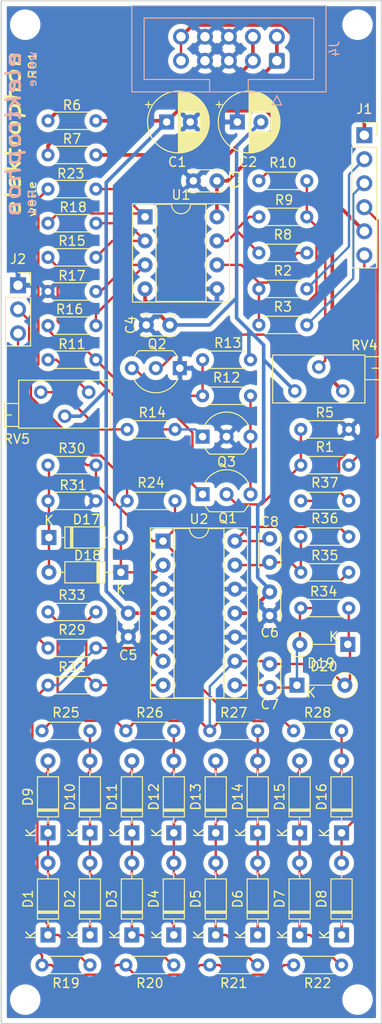
<source format=kicad_pcb>
(kicad_pcb (version 20171130) (host pcbnew 5.1.10)
  (title_block (title welle) (date 2021-08-18) (rev R01) (comment 1 "PCB for panel") (comment 2 "Wavefolder designed by Jürgen Haible and Yves Usson") (comment 4 "License CC BY 4.0 - Attribution 4.0 International"))
  (layers (0 F.Cu signal) (31 B.Cu signal) (34 B.Paste user) (35 F.Paste user) (36 B.SilkS user) (37 F.SilkS user) (38 B.Mask user) (39 F.Mask user) (44 Edge.Cuts user))
  (net 0 "")
  (net 1 GND)
  (net 2 +15V)
  (net 3 -15V)
  (net 4 "Net-(D1-Pad2)")
  (net 5 "Net-(D1-Pad1)")
  (net 6 "Net-(D10-Pad1)")
  (net 7 "Net-(D11-Pad1)")
  (net 8 "Net-(D12-Pad1)")
  (net 9 "Net-(D13-Pad1)")
  (net 10 "Net-(D14-Pad1)")
  (net 11 "Net-(D15-Pad1)")
  (net 12 "Net-(D17-Pad2)")
  (net 13 "Net-(D17-Pad1)")
  (net 14 +5V)
  (net 15 VP)
  (net 16 VN)
  (net 17 "Net-(Q1-Pad1)")
  (net 18 "Net-(Q1-Pad3)")
  (net 19 "Net-(Q1-Pad2)")
  (net 20 "Net-(Q2-Pad3)")
  (net 21 "Net-(Q2-Pad2)")
  (net 22 "Net-(Q3-Pad1)")
  (net 23 "Net-(R2-Pad1)")
  (net 24 "Net-(R8-Pad1)")
  (net 25 "Net-(R10-Pad1)")
  (net 26 "Net-(R11-Pad2)")
  (net 27 "Net-(R14-Pad2)")
  (net 28 "Net-(R15-Pad1)")
  (net 29 "Net-(R16-Pad1)")
  (net 30 "Net-(R18-Pad2)")
  (net 31 "Net-(R19-Pad2)")
  (net 32 "Net-(R32-Pad2)")
  (net 33 /shape_a)
  (net 34 /input)
  (net 35 /control)
  (net 36 /range)
  (net 37 /shape_b)
  (net 38 /out)
  (net 39 "Net-(C7-Pad2)")
  (net 40 "Net-(C7-Pad1)")
  (net 41 "Net-(C8-Pad2)")
  (net 42 "Net-(C8-Pad1)")
  (module Diode_THT:D_DO-35_SOD27_P5.08mm_Vertical_KathodeUp (layer F.Cu) (at 87.53 118.872 180)
    (fp_text reference D20 (at 2.54 -2.326371) (layer F.SilkS))
    (fp_text value D)
    (fp_text user K (at 1.5 0.8) (layer F.SilkS))
    (pad 2 thru_hole oval (at 5.08 0 180) (size 1.6 1.6) (drill 0.8) (layers *.Cu *.Mask) (net 40 "Net-(C7-Pad1)"))
    (pad 1 thru_hole rect (at 0 0 180) (size 1.6 1.6) (drill 0.8) (layers *.Cu *.Mask) (net 39 "Net-(C7-Pad2)"))
  )
  (module Diode_THT:D_DO-35_SOD27_P5.08mm_Vertical_KathodeUp (layer F.Cu) (at 82.138629 123.19)
    (fp_text reference D19 (at 2.54 -2.326371) (layer F.SilkS))
    (fp_text value D)
    (fp_text user K (at 1.5 0.8) (layer F.SilkS))
    (pad 2 thru_hole oval (at 5.08 0) (size 1.6 1.6) (drill 0.8) (layers *.Cu *.Mask) (net 39 "Net-(C7-Pad2)"))
    (pad 1 thru_hole rect (at 0 0) (size 1.6 1.6) (drill 0.8) (layers *.Cu *.Mask) (net 40 "Net-(C7-Pad1)"))
  )
  (module Capacitor_THT:C_Disc_D3.4mm_W2.1mm_P2.50mm (layer F.Cu) (at 79.248 107.696 270)
    (fp_text reference C8 (at -1.778 0) (layer F.SilkS))
    (fp_text value 10p*)
    (pad 2 thru_hole circle (at 2.5 0 270) (size 1.6 1.6) (drill 0.8) (layers *.Cu *.Mask) (net 41 "Net-(C8-Pad2)"))
    (pad 1 thru_hole circle (at 0 0 270) (size 1.6 1.6) (drill 0.8) (layers *.Cu *.Mask) (net 42 "Net-(C8-Pad1)"))
  )
  (module Capacitor_THT:C_Disc_D3.4mm_W2.1mm_P2.50mm (layer F.Cu) (at 79.248 123.444 90)
    (fp_text reference C7 (at -1.778 0 180) (layer F.SilkS))
    (fp_text value 10p*)
    (pad 2 thru_hole circle (at 2.5 0 90) (size 1.6 1.6) (drill 0.8) (layers *.Cu *.Mask) (net 39 "Net-(C7-Pad2)"))
    (pad 1 thru_hole circle (at 0 0 90) (size 1.6 1.6) (drill 0.8) (layers *.Cu *.Mask) (net 40 "Net-(C7-Pad1)"))
  )
  (module Connector_PinSocket_2.54mm:PinSocket_1x03_P2.54mm_Vertical (layer F.Cu) (at 52.578 80.899)
    (fp_text reference J2 (at 0 -2.77) (layer F.SilkS))
    (fp_text value Conn_01x03_Female hide)
    (pad 3 thru_hole oval (at 0 5.08) (size 1.7 1.7) (drill 1) (layers *.Cu *.Mask) (net 37 /shape_b))
    (pad 2 thru_hole oval (at 0 2.54) (size 1.7 1.7) (drill 1) (layers *.Cu *.Mask) (net 33 /shape_a))
    (pad 1 thru_hole rect (at 0 0) (size 1.7 1.7) (drill 1) (layers *.Cu *.Mask) (net 1 GND))
  )
  (module Connector_PinSocket_2.54mm:PinSocket_1x06_P2.54mm_Vertical (layer F.Cu) (at 89.281 65.024)
    (fp_text reference J1 (at 0 -2.77) (layer F.SilkS))
    (fp_text value Conn_01x06_Female hide)
    (pad 6 thru_hole oval (at 0 12.7) (size 1.7 1.7) (drill 1) (layers *.Cu *.Mask) (net 38 /out))
    (pad 5 thru_hole oval (at 0 10.16) (size 1.7 1.7) (drill 1) (layers *.Cu *.Mask) (net 2 +15V))
    (pad 4 thru_hole oval (at 0 7.62) (size 1.7 1.7) (drill 1) (layers *.Cu *.Mask) (net 34 /input))
    (pad 3 thru_hole oval (at 0 5.08) (size 1.7 1.7) (drill 1) (layers *.Cu *.Mask) (net 36 /range))
    (pad 2 thru_hole oval (at 0 2.54) (size 1.7 1.7) (drill 1) (layers *.Cu *.Mask) (net 35 /control))
    (pad 1 thru_hole rect (at 0 0) (size 1.7 1.7) (drill 1) (layers *.Cu *.Mask) (net 14 +5V))
  )
  (module "elektrophon:elektrophon logo" (layer F.Cu) (at 53.086 64.897 90)
    (fp_text reference REF** hide)
    (fp_text value "elektrophon logo" hide)
    (fp_text user welle (at 8.84 1.02 90) (layer B.SilkS) (effects (font (size 0.8 1)) (justify left mirror)))
    (fp_text user R01 (at -8.83 1 90) (layer B.SilkS) (effects (font (size 0.8 1)) (justify right mirror)))
    (fp_text user elektrophon (at 0 -1.016 90) (layer B.SilkS) (effects (font (size 1.5 2) (thickness 0.3) italic) (justify mirror)))
    (fp_text user R01 (at 8.8 1.02 90) (layer F.SilkS) (effects (font (size 0.8 1)) (justify right)))
    (fp_text user welle (at -8.88 1 90) (layer F.SilkS) (effects (font (size 0.8 1)) (justify left)))
    (fp_text user elektrophon (at 0 -1.016 90) (layer F.SilkS) (effects (font (size 1.5 2) (thickness 0.3) italic)))
  )
  (module Resistor_THT:R_Axial_DIN0204_L3.6mm_D1.6mm_P5.08mm_Horizontal (layer F.Cu) (at 55.753 119.253)
    (fp_text reference R29 (at 2.54 -1.92) (layer F.SilkS))
    (fp_text value 27k)
    (pad 2 thru_hole oval (at 5.08 0) (size 1.4 1.4) (drill 0.7) (layers *.Cu *.Mask) (net 31 "Net-(R19-Pad2)"))
    (pad 1 thru_hole circle (at 0 0) (size 1.4 1.4) (drill 0.7) (layers *.Cu *.Mask) (net 37 /shape_b))
  )
  (module Resistor_THT:R_Axial_DIN0204_L3.6mm_D1.6mm_P5.08mm_Horizontal (layer F.Cu) (at 82.55 103.696428)
    (fp_text reference R37 (at 2.54 -1.92) (layer F.SilkS))
    (fp_text value 470)
    (pad 2 thru_hole oval (at 5.08 0) (size 1.4 1.4) (drill 0.7) (layers *.Cu *.Mask) (net 38 /out))
    (pad 1 thru_hole circle (at 0 0) (size 1.4 1.4) (drill 0.7) (layers *.Cu *.Mask) (net 42 "Net-(C8-Pad1)"))
  )
  (module Diode_THT:D_DO-35_SOD27_P7.62mm_Horizontal (layer F.Cu) (at 63.473 111.252 180)
    (fp_text reference D18 (at 3.529 1.778) (layer F.SilkS))
    (fp_text value D)
    (fp_text user K (at 0 -1.8) (layer F.SilkS))
    (pad 2 thru_hole oval (at 7.62 0 180) (size 1.6 1.6) (drill 0.8) (layers *.Cu *.Mask) (net 13 "Net-(D17-Pad1)"))
    (pad 1 thru_hole rect (at 0 0 180) (size 1.6 1.6) (drill 0.8) (layers *.Cu *.Mask) (net 12 "Net-(D17-Pad2)"))
  )
  (module Diode_THT:D_DO-35_SOD27_P7.62mm_Horizontal (layer F.Cu) (at 55.853 107.569)
    (fp_text reference D17 (at 3.964 -1.905) (layer F.SilkS))
    (fp_text value D)
    (fp_text user K (at 0 -1.8) (layer F.SilkS))
    (pad 2 thru_hole oval (at 7.62 0) (size 1.6 1.6) (drill 0.8) (layers *.Cu *.Mask) (net 12 "Net-(D17-Pad2)"))
    (pad 1 thru_hole rect (at 0 0) (size 1.6 1.6) (drill 0.8) (layers *.Cu *.Mask) (net 13 "Net-(D17-Pad1)"))
  )
  (module Diode_THT:D_DO-35_SOD27_P7.62mm_Horizontal (layer F.Cu) (at 86.868 138.811 90)
    (fp_text reference D16 (at 3.81 -2.12 90) (layer F.SilkS))
    (fp_text value D)
    (fp_text user K (at 0 -1.8 90) (layer F.SilkS))
    (pad 2 thru_hole oval (at 7.62 0 90) (size 1.6 1.6) (drill 0.8) (layers *.Cu *.Mask) (net 11 "Net-(D15-Pad1)"))
    (pad 1 thru_hole rect (at 0 0 90) (size 1.6 1.6) (drill 0.8) (layers *.Cu *.Mask) (net 33 /shape_a))
  )
  (module Diode_THT:D_DO-35_SOD27_P7.62mm_Horizontal (layer F.Cu) (at 82.423 138.811 90)
    (fp_text reference D15 (at 3.81 -2.12 90) (layer F.SilkS))
    (fp_text value D)
    (fp_text user K (at 0 -1.8 90) (layer F.SilkS))
    (pad 2 thru_hole oval (at 7.62 0 90) (size 1.6 1.6) (drill 0.8) (layers *.Cu *.Mask) (net 10 "Net-(D14-Pad1)"))
    (pad 1 thru_hole rect (at 0 0 90) (size 1.6 1.6) (drill 0.8) (layers *.Cu *.Mask) (net 11 "Net-(D15-Pad1)"))
  )
  (module Diode_THT:D_DO-35_SOD27_P7.62mm_Horizontal (layer F.Cu) (at 77.978 138.811 90)
    (fp_text reference D14 (at 3.81 -2.12 90) (layer F.SilkS))
    (fp_text value D)
    (fp_text user K (at 0 -1.8 90) (layer F.SilkS))
    (pad 2 thru_hole oval (at 7.62 0 90) (size 1.6 1.6) (drill 0.8) (layers *.Cu *.Mask) (net 9 "Net-(D13-Pad1)"))
    (pad 1 thru_hole rect (at 0 0 90) (size 1.6 1.6) (drill 0.8) (layers *.Cu *.Mask) (net 10 "Net-(D14-Pad1)"))
  )
  (module Diode_THT:D_DO-35_SOD27_P7.62mm_Horizontal (layer F.Cu) (at 73.533 138.811 90)
    (fp_text reference D13 (at 3.81 -2.12 90) (layer F.SilkS))
    (fp_text value D)
    (fp_text user K (at 0 -1.8 90) (layer F.SilkS))
    (pad 2 thru_hole oval (at 7.62 0 90) (size 1.6 1.6) (drill 0.8) (layers *.Cu *.Mask) (net 8 "Net-(D12-Pad1)"))
    (pad 1 thru_hole rect (at 0 0 90) (size 1.6 1.6) (drill 0.8) (layers *.Cu *.Mask) (net 9 "Net-(D13-Pad1)"))
  )
  (module Diode_THT:D_DO-35_SOD27_P7.62mm_Horizontal (layer F.Cu) (at 69.088 138.811 90)
    (fp_text reference D12 (at 3.81 -2.12 90) (layer F.SilkS))
    (fp_text value D)
    (fp_text user K (at 0 -1.8 90) (layer F.SilkS))
    (pad 2 thru_hole oval (at 7.62 0 90) (size 1.6 1.6) (drill 0.8) (layers *.Cu *.Mask) (net 7 "Net-(D11-Pad1)"))
    (pad 1 thru_hole rect (at 0 0 90) (size 1.6 1.6) (drill 0.8) (layers *.Cu *.Mask) (net 8 "Net-(D12-Pad1)"))
  )
  (module Diode_THT:D_DO-35_SOD27_P7.62mm_Horizontal (layer F.Cu) (at 64.643 138.811 90)
    (fp_text reference D11 (at 3.81 -2.12 90) (layer F.SilkS))
    (fp_text value D)
    (fp_text user K (at 0 -1.8 90) (layer F.SilkS))
    (pad 2 thru_hole oval (at 7.62 0 90) (size 1.6 1.6) (drill 0.8) (layers *.Cu *.Mask) (net 6 "Net-(D10-Pad1)"))
    (pad 1 thru_hole rect (at 0 0 90) (size 1.6 1.6) (drill 0.8) (layers *.Cu *.Mask) (net 7 "Net-(D11-Pad1)"))
  )
  (module Diode_THT:D_DO-35_SOD27_P7.62mm_Horizontal (layer F.Cu) (at 60.198 138.811 90)
    (fp_text reference D10 (at 3.81 -2.12 90) (layer F.SilkS))
    (fp_text value D)
    (fp_text user K (at 0 -1.8 90) (layer F.SilkS))
    (pad 2 thru_hole oval (at 7.62 0 90) (size 1.6 1.6) (drill 0.8) (layers *.Cu *.Mask) (net 4 "Net-(D1-Pad2)"))
    (pad 1 thru_hole rect (at 0 0 90) (size 1.6 1.6) (drill 0.8) (layers *.Cu *.Mask) (net 6 "Net-(D10-Pad1)"))
  )
  (module Diode_THT:D_DO-35_SOD27_P7.62mm_Horizontal (layer F.Cu) (at 55.753 138.811 90)
    (fp_text reference D9 (at 3.81 -2.12 90) (layer F.SilkS))
    (fp_text value D)
    (fp_text user K (at 0 -1.8 90) (layer F.SilkS))
    (pad 2 thru_hole oval (at 7.62 0 90) (size 1.6 1.6) (drill 0.8) (layers *.Cu *.Mask) (net 5 "Net-(D1-Pad1)"))
    (pad 1 thru_hole rect (at 0 0 90) (size 1.6 1.6) (drill 0.8) (layers *.Cu *.Mask) (net 4 "Net-(D1-Pad2)"))
  )
  (module Diode_THT:D_DO-35_SOD27_P7.62mm_Horizontal (layer F.Cu) (at 86.868 149.606 90)
    (fp_text reference D8 (at 3.81 -2.12 90) (layer F.SilkS))
    (fp_text value D)
    (fp_text user K (at 0 -1.8 90) (layer F.SilkS))
    (pad 2 thru_hole oval (at 7.62 0 90) (size 1.6 1.6) (drill 0.8) (layers *.Cu *.Mask) (net 33 /shape_a))
    (pad 1 thru_hole rect (at 0 0 90) (size 1.6 1.6) (drill 0.8) (layers *.Cu *.Mask) (net 11 "Net-(D15-Pad1)"))
  )
  (module Diode_THT:D_DO-35_SOD27_P7.62mm_Horizontal (layer F.Cu) (at 82.423 149.606 90)
    (fp_text reference D7 (at 3.81 -2.12 90) (layer F.SilkS))
    (fp_text value D)
    (fp_text user K (at 0 -1.8 90) (layer F.SilkS))
    (pad 2 thru_hole oval (at 7.62 0 90) (size 1.6 1.6) (drill 0.8) (layers *.Cu *.Mask) (net 11 "Net-(D15-Pad1)"))
    (pad 1 thru_hole rect (at 0 0 90) (size 1.6 1.6) (drill 0.8) (layers *.Cu *.Mask) (net 10 "Net-(D14-Pad1)"))
  )
  (module Diode_THT:D_DO-35_SOD27_P7.62mm_Horizontal (layer F.Cu) (at 77.978 149.606 90)
    (fp_text reference D6 (at 3.81 -2.12 90) (layer F.SilkS))
    (fp_text value D)
    (fp_text user K (at 0 -1.8 90) (layer F.SilkS))
    (pad 2 thru_hole oval (at 7.62 0 90) (size 1.6 1.6) (drill 0.8) (layers *.Cu *.Mask) (net 10 "Net-(D14-Pad1)"))
    (pad 1 thru_hole rect (at 0 0 90) (size 1.6 1.6) (drill 0.8) (layers *.Cu *.Mask) (net 9 "Net-(D13-Pad1)"))
  )
  (module Diode_THT:D_DO-35_SOD27_P7.62mm_Horizontal (layer F.Cu) (at 73.533 149.606 90)
    (fp_text reference D5 (at 3.81 -2.12 90) (layer F.SilkS))
    (fp_text value D)
    (fp_text user K (at 0 -1.8 90) (layer F.SilkS))
    (pad 2 thru_hole oval (at 7.62 0 90) (size 1.6 1.6) (drill 0.8) (layers *.Cu *.Mask) (net 9 "Net-(D13-Pad1)"))
    (pad 1 thru_hole rect (at 0 0 90) (size 1.6 1.6) (drill 0.8) (layers *.Cu *.Mask) (net 8 "Net-(D12-Pad1)"))
  )
  (module Diode_THT:D_DO-35_SOD27_P7.62mm_Horizontal (layer F.Cu) (at 69.088 149.606 90)
    (fp_text reference D4 (at 3.81 -2.12 90) (layer F.SilkS))
    (fp_text value D)
    (fp_text user K (at 0 -1.8 90) (layer F.SilkS))
    (pad 2 thru_hole oval (at 7.62 0 90) (size 1.6 1.6) (drill 0.8) (layers *.Cu *.Mask) (net 8 "Net-(D12-Pad1)"))
    (pad 1 thru_hole rect (at 0 0 90) (size 1.6 1.6) (drill 0.8) (layers *.Cu *.Mask) (net 7 "Net-(D11-Pad1)"))
  )
  (module Diode_THT:D_DO-35_SOD27_P7.62mm_Horizontal (layer F.Cu) (at 64.643 149.606 90)
    (fp_text reference D3 (at 3.81 -2.12 90) (layer F.SilkS))
    (fp_text value D)
    (fp_text user K (at 0 -1.8 90) (layer F.SilkS))
    (pad 2 thru_hole oval (at 7.62 0 90) (size 1.6 1.6) (drill 0.8) (layers *.Cu *.Mask) (net 7 "Net-(D11-Pad1)"))
    (pad 1 thru_hole rect (at 0 0 90) (size 1.6 1.6) (drill 0.8) (layers *.Cu *.Mask) (net 6 "Net-(D10-Pad1)"))
  )
  (module Diode_THT:D_DO-35_SOD27_P7.62mm_Horizontal (layer F.Cu) (at 60.198 149.606 90)
    (fp_text reference D2 (at 3.81 -2.12 90) (layer F.SilkS))
    (fp_text value D)
    (fp_text user K (at 0 -1.8 90) (layer F.SilkS))
    (pad 2 thru_hole oval (at 7.62 0 90) (size 1.6 1.6) (drill 0.8) (layers *.Cu *.Mask) (net 6 "Net-(D10-Pad1)"))
    (pad 1 thru_hole rect (at 0 0 90) (size 1.6 1.6) (drill 0.8) (layers *.Cu *.Mask) (net 4 "Net-(D1-Pad2)"))
  )
  (module Diode_THT:D_DO-35_SOD27_P7.62mm_Horizontal (layer F.Cu) (at 55.753 149.606 90)
    (fp_text reference D1 (at 3.81 -2.12 90) (layer F.SilkS))
    (fp_text value D)
    (fp_text user K (at 0 -1.8 90) (layer F.SilkS))
    (pad 2 thru_hole oval (at 7.62 0 90) (size 1.6 1.6) (drill 0.8) (layers *.Cu *.Mask) (net 4 "Net-(D1-Pad2)"))
    (pad 1 thru_hole rect (at 0 0 90) (size 1.6 1.6) (drill 0.8) (layers *.Cu *.Mask) (net 5 "Net-(D1-Pad1)"))
  )
  (module Resistor_THT:R_Axial_DIN0204_L3.6mm_D1.6mm_P5.08mm_Horizontal (layer F.Cu) (at 82.55 107.475142)
    (fp_text reference R36 (at 2.54 -1.92) (layer F.SilkS))
    (fp_text value 56k)
    (pad 2 thru_hole oval (at 5.08 0) (size 1.4 1.4) (drill 0.7) (layers *.Cu *.Mask) (net 42 "Net-(C8-Pad1)"))
    (pad 1 thru_hole circle (at 0 0) (size 1.4 1.4) (drill 0.7) (layers *.Cu *.Mask) (net 41 "Net-(C8-Pad2)"))
  )
  (module Resistor_THT:R_Axial_DIN0204_L3.6mm_D1.6mm_P5.08mm_Horizontal (layer F.Cu) (at 87.63 111.253856 180)
    (fp_text reference R35 (at 2.54 1.779856) (layer F.SilkS))
    (fp_text value 6k8)
    (pad 2 thru_hole oval (at 5.08 0 180) (size 1.4 1.4) (drill 0.7) (layers *.Cu *.Mask) (net 41 "Net-(C8-Pad2)"))
    (pad 1 thru_hole circle (at 0 0 180) (size 1.4 1.4) (drill 0.7) (layers *.Cu *.Mask) (net 40 "Net-(C7-Pad1)"))
  )
  (module Resistor_THT:R_Axial_DIN0204_L3.6mm_D1.6mm_P5.08mm_Horizontal (layer F.Cu) (at 87.63 115.03257 180)
    (fp_text reference R34 (at 2.667 1.74857) (layer F.SilkS))
    (fp_text value 56k)
    (pad 2 thru_hole oval (at 5.08 0 180) (size 1.4 1.4) (drill 0.7) (layers *.Cu *.Mask) (net 40 "Net-(C7-Pad1)"))
    (pad 1 thru_hole circle (at 0 0 180) (size 1.4 1.4) (drill 0.7) (layers *.Cu *.Mask) (net 39 "Net-(C7-Pad2)"))
  )
  (module Resistor_THT:R_Axial_DIN0204_L3.6mm_D1.6mm_P5.08mm_Horizontal (layer F.Cu) (at 60.833 115.443 180)
    (fp_text reference R33 (at 2.54 1.778) (layer F.SilkS))
    (fp_text value 5k6)
    (pad 2 thru_hole oval (at 5.08 0 180) (size 1.4 1.4) (drill 0.7) (layers *.Cu *.Mask) (net 39 "Net-(C7-Pad2)"))
    (pad 1 thru_hole circle (at 0 0 180) (size 1.4 1.4) (drill 0.7) (layers *.Cu *.Mask) (net 32 "Net-(R32-Pad2)"))
  )
  (module Resistor_THT:R_Axial_DIN0204_L3.6mm_D1.6mm_P5.08mm_Horizontal (layer F.Cu) (at 55.753 123.19)
    (fp_text reference R32 (at 2.54 -1.92) (layer F.SilkS))
    (fp_text value 5k6)
    (pad 2 thru_hole oval (at 5.08 0) (size 1.4 1.4) (drill 0.7) (layers *.Cu *.Mask) (net 32 "Net-(R32-Pad2)"))
    (pad 1 thru_hole circle (at 0 0) (size 1.4 1.4) (drill 0.7) (layers *.Cu *.Mask) (net 31 "Net-(R19-Pad2)"))
  )
  (module Resistor_THT:R_Axial_DIN0204_L3.6mm_D1.6mm_P5.08mm_Horizontal (layer F.Cu) (at 60.833 103.696428 180)
    (fp_text reference R31 (at 2.413 1.651) (layer F.SilkS))
    (fp_text value 2k7)
    (pad 2 thru_hole oval (at 5.08 0 180) (size 1.4 1.4) (drill 0.7) (layers *.Cu *.Mask) (net 13 "Net-(D17-Pad1)"))
    (pad 1 thru_hole circle (at 0 0 180) (size 1.4 1.4) (drill 0.7) (layers *.Cu *.Mask) (net 1 GND))
  )
  (module Resistor_THT:R_Axial_DIN0204_L3.6mm_D1.6mm_P5.08mm_Horizontal (layer F.Cu) (at 60.833 99.917714 180)
    (fp_text reference R30 (at 2.54 1.778) (layer F.SilkS))
    (fp_text value 33k)
    (pad 2 thru_hole oval (at 5.08 0 180) (size 1.4 1.4) (drill 0.7) (layers *.Cu *.Mask) (net 13 "Net-(D17-Pad1)"))
    (pad 1 thru_hole circle (at 0 0 180) (size 1.4 1.4) (drill 0.7) (layers *.Cu *.Mask) (net 33 /shape_a))
  )
  (module Resistor_THT:R_Axial_DIN0204_L3.6mm_D1.6mm_P5.08mm_Horizontal (layer F.Cu) (at 81.788 128.016)
    (fp_text reference R28 (at 2.54 -1.92) (layer F.SilkS))
    (fp_text value 15k)
    (pad 2 thru_hole oval (at 5.08 0) (size 1.4 1.4) (drill 0.7) (layers *.Cu *.Mask) (net 11 "Net-(D15-Pad1)"))
    (pad 1 thru_hole circle (at 0 0) (size 1.4 1.4) (drill 0.7) (layers *.Cu *.Mask) (net 39 "Net-(C7-Pad2)"))
  )
  (module Resistor_THT:R_Axial_DIN0204_L3.6mm_D1.6mm_P5.08mm_Horizontal (layer F.Cu) (at 72.898 128.016)
    (fp_text reference R27 (at 2.54 -1.92) (layer F.SilkS))
    (fp_text value 15k)
    (pad 2 thru_hole oval (at 5.08 0) (size 1.4 1.4) (drill 0.7) (layers *.Cu *.Mask) (net 9 "Net-(D13-Pad1)"))
    (pad 1 thru_hole circle (at 0 0) (size 1.4 1.4) (drill 0.7) (layers *.Cu *.Mask) (net 39 "Net-(C7-Pad2)"))
  )
  (module Resistor_THT:R_Axial_DIN0204_L3.6mm_D1.6mm_P5.08mm_Horizontal (layer F.Cu) (at 64.008 128.016)
    (fp_text reference R26 (at 2.54 -1.92) (layer F.SilkS))
    (fp_text value 15k)
    (pad 2 thru_hole oval (at 5.08 0) (size 1.4 1.4) (drill 0.7) (layers *.Cu *.Mask) (net 7 "Net-(D11-Pad1)"))
    (pad 1 thru_hole circle (at 0 0) (size 1.4 1.4) (drill 0.7) (layers *.Cu *.Mask) (net 39 "Net-(C7-Pad2)"))
  )
  (module Resistor_THT:R_Axial_DIN0204_L3.6mm_D1.6mm_P5.08mm_Horizontal (layer F.Cu) (at 55.118 128.016)
    (fp_text reference R25 (at 2.54 -1.92) (layer F.SilkS))
    (fp_text value 15k)
    (pad 2 thru_hole oval (at 5.08 0) (size 1.4 1.4) (drill 0.7) (layers *.Cu *.Mask) (net 4 "Net-(D1-Pad2)"))
    (pad 1 thru_hole circle (at 0 0) (size 1.4 1.4) (drill 0.7) (layers *.Cu *.Mask) (net 39 "Net-(C7-Pad2)"))
  )
  (module Resistor_THT:R_Axial_DIN0204_L3.6mm_D1.6mm_P5.08mm_Horizontal (layer F.Cu) (at 64.135 103.696428)
    (fp_text reference R24 (at 2.54 -1.92) (layer F.SilkS))
    (fp_text value 100k)
    (pad 2 thru_hole oval (at 5.08 0) (size 1.4 1.4) (drill 0.7) (layers *.Cu *.Mask) (net 33 /shape_a))
    (pad 1 thru_hole circle (at 0 0) (size 1.4 1.4) (drill 0.7) (layers *.Cu *.Mask) (net 12 "Net-(D17-Pad2)"))
  )
  (module Resistor_THT:R_Axial_DIN0204_L3.6mm_D1.6mm_P5.08mm_Horizontal (layer F.Cu) (at 60.833 70.720856 180)
    (fp_text reference R23 (at 2.667 1.632856) (layer F.SilkS))
    (fp_text value 100k)
    (pad 2 thru_hole oval (at 5.08 0 180) (size 1.4 1.4) (drill 0.7) (layers *.Cu *.Mask) (net 12 "Net-(D17-Pad2)"))
    (pad 1 thru_hole circle (at 0 0 180) (size 1.4 1.4) (drill 0.7) (layers *.Cu *.Mask) (net 30 "Net-(R18-Pad2)"))
  )
  (module Resistor_THT:R_Axial_DIN0204_L3.6mm_D1.6mm_P5.08mm_Horizontal (layer F.Cu) (at 86.868 152.781 180)
    (fp_text reference R22 (at 2.54 -1.92) (layer F.SilkS))
    (fp_text value 15k)
    (pad 2 thru_hole oval (at 5.08 0 180) (size 1.4 1.4) (drill 0.7) (layers *.Cu *.Mask) (net 31 "Net-(R19-Pad2)"))
    (pad 1 thru_hole circle (at 0 0 180) (size 1.4 1.4) (drill 0.7) (layers *.Cu *.Mask) (net 10 "Net-(D14-Pad1)"))
  )
  (module Resistor_THT:R_Axial_DIN0204_L3.6mm_D1.6mm_P5.08mm_Horizontal (layer F.Cu) (at 77.978 152.781 180)
    (fp_text reference R21 (at 2.54 -1.92) (layer F.SilkS))
    (fp_text value 15k)
    (pad 2 thru_hole oval (at 5.08 0 180) (size 1.4 1.4) (drill 0.7) (layers *.Cu *.Mask) (net 31 "Net-(R19-Pad2)"))
    (pad 1 thru_hole circle (at 0 0 180) (size 1.4 1.4) (drill 0.7) (layers *.Cu *.Mask) (net 8 "Net-(D12-Pad1)"))
  )
  (module Resistor_THT:R_Axial_DIN0204_L3.6mm_D1.6mm_P5.08mm_Horizontal (layer F.Cu) (at 69.088 152.781 180)
    (fp_text reference R20 (at 2.54 -1.92) (layer F.SilkS))
    (fp_text value 15k)
    (pad 2 thru_hole oval (at 5.08 0 180) (size 1.4 1.4) (drill 0.7) (layers *.Cu *.Mask) (net 31 "Net-(R19-Pad2)"))
    (pad 1 thru_hole circle (at 0 0 180) (size 1.4 1.4) (drill 0.7) (layers *.Cu *.Mask) (net 6 "Net-(D10-Pad1)"))
  )
  (module Resistor_THT:R_Axial_DIN0204_L3.6mm_D1.6mm_P5.08mm_Horizontal (layer F.Cu) (at 60.198 152.781 180)
    (fp_text reference R19 (at 2.54 -1.92) (layer F.SilkS))
    (fp_text value 15k)
    (pad 2 thru_hole oval (at 5.08 0 180) (size 1.4 1.4) (drill 0.7) (layers *.Cu *.Mask) (net 31 "Net-(R19-Pad2)"))
    (pad 1 thru_hole circle (at 0 0 180) (size 1.4 1.4) (drill 0.7) (layers *.Cu *.Mask) (net 5 "Net-(D1-Pad1)"))
  )
  (module Resistor_THT:R_Axial_DIN0204_L3.6mm_D1.6mm_P5.08mm_Horizontal (layer F.Cu) (at 60.833 74.331284 180)
    (fp_text reference R18 (at 2.413 1.687284) (layer F.SilkS))
    (fp_text value 100k)
    (pad 2 thru_hole oval (at 5.08 0 180) (size 1.4 1.4) (drill 0.7) (layers *.Cu *.Mask) (net 30 "Net-(R18-Pad2)"))
    (pad 1 thru_hole circle (at 0 0 180) (size 1.4 1.4) (drill 0.7) (layers *.Cu *.Mask) (net 28 "Net-(R15-Pad1)"))
  )
  (module Resistor_THT:R_Axial_DIN0204_L3.6mm_D1.6mm_P5.08mm_Horizontal (layer F.Cu) (at 55.753 81.55214)
    (fp_text reference R17 (at 2.54 -1.66914) (layer F.SilkS))
    (fp_text value 100k)
    (pad 2 thru_hole oval (at 5.08 0) (size 1.4 1.4) (drill 0.7) (layers *.Cu *.Mask) (net 29 "Net-(R16-Pad1)"))
    (pad 1 thru_hole circle (at 0 0) (size 1.4 1.4) (drill 0.7) (layers *.Cu *.Mask) (net 1 GND))
  )
  (module Resistor_THT:R_Axial_DIN0204_L3.6mm_D1.6mm_P5.08mm_Horizontal (layer F.Cu) (at 60.833 85.162568 180)
    (fp_text reference R16 (at 2.794 1.723568) (layer F.SilkS))
    (fp_text value 10k)
    (pad 2 thru_hole oval (at 5.08 0 180) (size 1.4 1.4) (drill 0.7) (layers *.Cu *.Mask) (net 22 "Net-(Q3-Pad1)"))
    (pad 1 thru_hole circle (at 0 0 180) (size 1.4 1.4) (drill 0.7) (layers *.Cu *.Mask) (net 29 "Net-(R16-Pad1)"))
  )
  (module Resistor_THT:R_Axial_DIN0204_L3.6mm_D1.6mm_P5.08mm_Horizontal (layer F.Cu) (at 60.833 77.941712 180)
    (fp_text reference R15 (at 2.54 1.741712) (layer F.SilkS))
    (fp_text value 10k)
    (pad 2 thru_hole oval (at 5.08 0 180) (size 1.4 1.4) (drill 0.7) (layers *.Cu *.Mask) (net 17 "Net-(Q1-Pad1)"))
    (pad 1 thru_hole circle (at 0 0 180) (size 1.4 1.4) (drill 0.7) (layers *.Cu *.Mask) (net 28 "Net-(R15-Pad1)"))
  )
  (module Resistor_THT:R_Axial_DIN0204_L3.6mm_D1.6mm_P5.08mm_Horizontal (layer F.Cu) (at 69.215 96.139 180)
    (fp_text reference R14 (at 2.413 1.778) (layer F.SilkS))
    (fp_text value 15k)
    (pad 2 thru_hole oval (at 5.08 0 180) (size 1.4 1.4) (drill 0.7) (layers *.Cu *.Mask) (net 27 "Net-(R14-Pad2)"))
    (pad 1 thru_hole circle (at 0 0 180) (size 1.4 1.4) (drill 0.7) (layers *.Cu *.Mask) (net 22 "Net-(Q3-Pad1)"))
  )
  (module Resistor_THT:R_Axial_DIN0204_L3.6mm_D1.6mm_P5.08mm_Horizontal (layer F.Cu) (at 77.216 88.773 180)
    (fp_text reference R13 (at 2.413 1.778) (layer F.SilkS))
    (fp_text value 15k)
    (pad 2 thru_hole oval (at 5.08 0 180) (size 1.4 1.4) (drill 0.7) (layers *.Cu *.Mask) (net 20 "Net-(Q2-Pad3)"))
    (pad 1 thru_hole circle (at 0 0 180) (size 1.4 1.4) (drill 0.7) (layers *.Cu *.Mask) (net 3 -15V))
  )
  (module Resistor_THT:R_Axial_DIN0204_L3.6mm_D1.6mm_P5.08mm_Horizontal (layer F.Cu) (at 72.136 92.583)
    (fp_text reference R12 (at 2.54 -1.92) (layer F.SilkS))
    (fp_text value 33k)
    (pad 2 thru_hole oval (at 5.08 0) (size 1.4 1.4) (drill 0.7) (layers *.Cu *.Mask) (net 18 "Net-(Q1-Pad3)"))
    (pad 1 thru_hole circle (at 0 0) (size 1.4 1.4) (drill 0.7) (layers *.Cu *.Mask) (net 20 "Net-(Q2-Pad3)"))
  )
  (module Resistor_THT:R_Axial_DIN0204_L3.6mm_D1.6mm_P5.08mm_Horizontal (layer F.Cu) (at 60.833 88.773 180)
    (fp_text reference R11 (at 2.54 1.651) (layer F.SilkS))
    (fp_text value 15k)
    (pad 2 thru_hole oval (at 5.08 0 180) (size 1.4 1.4) (drill 0.7) (layers *.Cu *.Mask) (net 26 "Net-(R11-Pad2)"))
    (pad 1 thru_hole circle (at 0 0 180) (size 1.4 1.4) (drill 0.7) (layers *.Cu *.Mask) (net 17 "Net-(Q1-Pad1)"))
  )
  (module Resistor_THT:R_Axial_DIN0204_L3.6mm_D1.6mm_P5.08mm_Horizontal (layer F.Cu) (at 78.105 69.85)
    (fp_text reference R10 (at 2.54 -1.92) (layer F.SilkS))
    (fp_text value 22k)
    (pad 2 thru_hole oval (at 5.08 0) (size 1.4 1.4) (drill 0.7) (layers *.Cu *.Mask) (net 21 "Net-(Q2-Pad2)"))
    (pad 1 thru_hole circle (at 0 0) (size 1.4 1.4) (drill 0.7) (layers *.Cu *.Mask) (net 25 "Net-(R10-Pad1)"))
  )
  (module Resistor_THT:R_Axial_DIN0204_L3.6mm_D1.6mm_P5.08mm_Horizontal (layer F.Cu) (at 83.185 73.66 180)
    (fp_text reference R9 (at 2.413 1.778) (layer F.SilkS))
    (fp_text value 22k)
    (pad 2 thru_hole oval (at 5.08 0 180) (size 1.4 1.4) (drill 0.7) (layers *.Cu *.Mask) (net 24 "Net-(R8-Pad1)"))
    (pad 1 thru_hole circle (at 0 0 180) (size 1.4 1.4) (drill 0.7) (layers *.Cu *.Mask) (net 21 "Net-(Q2-Pad2)"))
  )
  (module Resistor_THT:R_Axial_DIN0204_L3.6mm_D1.6mm_P5.08mm_Horizontal (layer F.Cu) (at 78.105 77.47)
    (fp_text reference R8 (at 2.54 -1.92) (layer F.SilkS))
    (fp_text value 100k)
    (pad 2 thru_hole oval (at 5.08 0) (size 1.4 1.4) (drill 0.7) (layers *.Cu *.Mask) (net 23 "Net-(R2-Pad1)"))
    (pad 1 thru_hole circle (at 0 0) (size 1.4 1.4) (drill 0.7) (layers *.Cu *.Mask) (net 24 "Net-(R8-Pad1)"))
  )
  (module Resistor_THT:R_Axial_DIN0204_L3.6mm_D1.6mm_P5.08mm_Horizontal (layer F.Cu) (at 60.833 67.110428 180)
    (fp_text reference R7 (at 2.54 1.705428) (layer F.SilkS))
    (fp_text value 10)
    (pad 2 thru_hole oval (at 5.08 0 180) (size 1.4 1.4) (drill 0.7) (layers *.Cu *.Mask) (net 16 VN))
    (pad 1 thru_hole circle (at 0 0 180) (size 1.4 1.4) (drill 0.7) (layers *.Cu *.Mask) (net 3 -15V))
  )
  (module Resistor_THT:R_Axial_DIN0204_L3.6mm_D1.6mm_P5.08mm_Horizontal (layer F.Cu) (at 60.833 63.5 180)
    (fp_text reference R6 (at 2.54 1.651) (layer F.SilkS))
    (fp_text value 10)
    (pad 2 thru_hole oval (at 5.08 0 180) (size 1.4 1.4) (drill 0.7) (layers *.Cu *.Mask) (net 15 VP))
    (pad 1 thru_hole circle (at 0 0 180) (size 1.4 1.4) (drill 0.7) (layers *.Cu *.Mask) (net 2 +15V))
  )
  (module Resistor_THT:R_Axial_DIN0204_L3.6mm_D1.6mm_P5.08mm_Horizontal (layer F.Cu) (at 87.63 96.139 180)
    (fp_text reference R5 (at 2.54 1.778) (layer F.SilkS))
    (fp_text value 680)
    (pad 2 thru_hole oval (at 5.08 0 180) (size 1.4 1.4) (drill 0.7) (layers *.Cu *.Mask) (net 19 "Net-(Q1-Pad2)"))
    (pad 1 thru_hole circle (at 0 0 180) (size 1.4 1.4) (drill 0.7) (layers *.Cu *.Mask) (net 1 GND))
  )
  (module Resistor_THT:R_Axial_DIN0204_L3.6mm_D1.6mm_P5.08mm_Horizontal (layer F.Cu) (at 78.105 85.09)
    (fp_text reference R3 (at 2.54 -1.92) (layer F.SilkS))
    (fp_text value 100k)
    (pad 2 thru_hole oval (at 5.08 0) (size 1.4 1.4) (drill 0.7) (layers *.Cu *.Mask) (net 36 /range))
    (pad 1 thru_hole circle (at 0 0) (size 1.4 1.4) (drill 0.7) (layers *.Cu *.Mask) (net 23 "Net-(R2-Pad1)"))
  )
  (module Resistor_THT:R_Axial_DIN0204_L3.6mm_D1.6mm_P5.08mm_Horizontal (layer F.Cu) (at 78.105 81.28)
    (fp_text reference R2 (at 2.54 -1.92) (layer F.SilkS))
    (fp_text value 68k)
    (pad 2 thru_hole oval (at 5.08 0) (size 1.4 1.4) (drill 0.7) (layers *.Cu *.Mask) (net 35 /control))
    (pad 1 thru_hole circle (at 0 0) (size 1.4 1.4) (drill 0.7) (layers *.Cu *.Mask) (net 23 "Net-(R2-Pad1)"))
  )
  (module Resistor_THT:R_Axial_DIN0204_L3.6mm_D1.6mm_P5.08mm_Horizontal (layer F.Cu) (at 82.55 99.917714)
    (fp_text reference R1 (at 2.54 -1.92) (layer F.SilkS))
    (fp_text value 100k)
    (pad 2 thru_hole oval (at 5.08 0) (size 1.4 1.4) (drill 0.7) (layers *.Cu *.Mask) (net 34 /input))
    (pad 1 thru_hole circle (at 0 0) (size 1.4 1.4) (drill 0.7) (layers *.Cu *.Mask) (net 19 "Net-(Q1-Pad2)"))
  )
  (module Package_DIP:DIP-14_W7.62mm_Socket (layer F.Cu) (at 67.945 107.95)
    (fp_text reference U2 (at 3.81 -2.33) (layer F.SilkS))
    (fp_text value TL074)
    (pad 14 thru_hole oval (at 7.62 0) (size 1.6 1.6) (drill 0.8) (layers *.Cu *.Mask) (net 42 "Net-(C8-Pad1)"))
    (pad 7 thru_hole oval (at 0 15.24) (size 1.6 1.6) (drill 0.8) (layers *.Cu *.Mask) (net 32 "Net-(R32-Pad2)"))
    (pad 13 thru_hole oval (at 7.62 2.54) (size 1.6 1.6) (drill 0.8) (layers *.Cu *.Mask) (net 41 "Net-(C8-Pad2)"))
    (pad 6 thru_hole oval (at 0 12.7) (size 1.6 1.6) (drill 0.8) (layers *.Cu *.Mask) (net 31 "Net-(R19-Pad2)"))
    (pad 12 thru_hole oval (at 7.62 5.08) (size 1.6 1.6) (drill 0.8) (layers *.Cu *.Mask) (net 1 GND))
    (pad 5 thru_hole oval (at 0 10.16) (size 1.6 1.6) (drill 0.8) (layers *.Cu *.Mask) (net 1 GND))
    (pad 11 thru_hole oval (at 7.62 7.62) (size 1.6 1.6) (drill 0.8) (layers *.Cu *.Mask) (net 3 -15V))
    (pad 4 thru_hole oval (at 0 7.62) (size 1.6 1.6) (drill 0.8) (layers *.Cu *.Mask) (net 2 +15V))
    (pad 10 thru_hole oval (at 7.62 10.16) (size 1.6 1.6) (drill 0.8) (layers *.Cu *.Mask) (net 1 GND))
    (pad 3 thru_hole oval (at 0 5.08) (size 1.6 1.6) (drill 0.8) (layers *.Cu *.Mask) (net 1 GND))
    (pad 9 thru_hole oval (at 7.62 12.7) (size 1.6 1.6) (drill 0.8) (layers *.Cu *.Mask) (net 39 "Net-(C7-Pad2)"))
    (pad 2 thru_hole oval (at 0 2.54) (size 1.6 1.6) (drill 0.8) (layers *.Cu *.Mask) (net 12 "Net-(D17-Pad2)"))
    (pad 8 thru_hole oval (at 7.62 15.24) (size 1.6 1.6) (drill 0.8) (layers *.Cu *.Mask) (net 40 "Net-(C7-Pad1)"))
    (pad 1 thru_hole rect (at 0 0) (size 1.6 1.6) (drill 0.8) (layers *.Cu *.Mask) (net 33 /shape_a))
  )
  (module Package_DIP:DIP-8_W7.62mm_Socket (layer F.Cu) (at 66.04 73.66)
    (fp_text reference U1 (at 3.81 -2.33) (layer F.SilkS))
    (fp_text value TL072)
    (pad 8 thru_hole oval (at 7.62 0) (size 1.6 1.6) (drill 0.8) (layers *.Cu *.Mask) (net 2 +15V))
    (pad 4 thru_hole oval (at 0 7.62) (size 1.6 1.6) (drill 0.8) (layers *.Cu *.Mask) (net 3 -15V))
    (pad 7 thru_hole oval (at 7.62 2.54) (size 1.6 1.6) (drill 0.8) (layers *.Cu *.Mask) (net 24 "Net-(R8-Pad1)"))
    (pad 3 thru_hole oval (at 0 5.08) (size 1.6 1.6) (drill 0.8) (layers *.Cu *.Mask) (net 29 "Net-(R16-Pad1)"))
    (pad 6 thru_hole oval (at 7.62 5.08) (size 1.6 1.6) (drill 0.8) (layers *.Cu *.Mask) (net 23 "Net-(R2-Pad1)"))
    (pad 2 thru_hole oval (at 0 2.54) (size 1.6 1.6) (drill 0.8) (layers *.Cu *.Mask) (net 28 "Net-(R15-Pad1)"))
    (pad 5 thru_hole oval (at 7.62 7.62) (size 1.6 1.6) (drill 0.8) (layers *.Cu *.Mask) (net 1 GND))
    (pad 1 thru_hole rect (at 0 0) (size 1.6 1.6) (drill 0.8) (layers *.Cu *.Mask) (net 30 "Net-(R18-Pad2)"))
  )
  (module Potentiometer_THT:Potentiometer_Bourns_3296Z_Horizontal (layer F.Cu) (at 60.071 92.202)
    (fp_text reference RV5 (at -7.62 4.953) (layer F.SilkS))
    (fp_text value 1k)
    (pad 3 thru_hole circle (at -5.08 0) (size 1.44 1.44) (drill 0.8) (layers *.Cu *.Mask) (net 27 "Net-(R14-Pad2)"))
    (pad 2 thru_hole circle (at -2.54 2.54) (size 1.44 1.44) (drill 0.8) (layers *.Cu *.Mask) (net 2 +15V))
    (pad 1 thru_hole circle (at 0 0) (size 1.44 1.44) (drill 0.8) (layers *.Cu *.Mask) (net 26 "Net-(R11-Pad2)"))
  )
  (module Potentiometer_THT:Potentiometer_Bourns_3296Z_Horizontal (layer F.Cu) (at 81.915 92.075 180)
    (fp_text reference RV4 (at -7.366 4.826) (layer F.SilkS))
    (fp_text value 50k)
    (pad 3 thru_hole circle (at -5.08 0 180) (size 1.44 1.44) (drill 0.8) (layers *.Cu *.Mask) (net 2 +15V))
    (pad 2 thru_hole circle (at -2.54 2.54 180) (size 1.44 1.44) (drill 0.8) (layers *.Cu *.Mask) (net 25 "Net-(R10-Pad1)"))
    (pad 1 thru_hole circle (at 0 0 180) (size 1.44 1.44) (drill 0.8) (layers *.Cu *.Mask) (net 3 -15V))
  )
  (module Package_TO_SOT_THT:TO-92_Inline_Wide (layer F.Cu) (at 72.136 96.901)
    (fp_text reference Q3 (at 2.54 2.667) (layer F.SilkS))
    (fp_text value BC547)
    (pad 1 thru_hole rect (at 0 0) (size 1.5 1.5) (drill 0.8) (layers *.Cu *.Mask) (net 22 "Net-(Q3-Pad1)"))
    (pad 3 thru_hole circle (at 5.08 0) (size 1.5 1.5) (drill 0.8) (layers *.Cu *.Mask) (net 18 "Net-(Q1-Pad3)"))
    (pad 2 thru_hole circle (at 2.54 0) (size 1.5 1.5) (drill 0.8) (layers *.Cu *.Mask) (net 1 GND))
  )
  (module Package_TO_SOT_THT:TO-92_Inline_Wide (layer F.Cu) (at 69.723 89.662 180)
    (fp_text reference Q2 (at 2.413 2.54) (layer F.SilkS))
    (fp_text value BC547)
    (pad 1 thru_hole rect (at 0 0 180) (size 1.5 1.5) (drill 0.8) (layers *.Cu *.Mask) (net 1 GND))
    (pad 3 thru_hole circle (at 5.08 0 180) (size 1.5 1.5) (drill 0.8) (layers *.Cu *.Mask) (net 20 "Net-(Q2-Pad3)"))
    (pad 2 thru_hole circle (at 2.54 0 180) (size 1.5 1.5) (drill 0.8) (layers *.Cu *.Mask) (net 21 "Net-(Q2-Pad2)"))
  )
  (module Package_TO_SOT_THT:TO-92_Inline_Wide (layer F.Cu) (at 72.136 102.997)
    (fp_text reference Q1 (at 2.667 2.54) (layer F.SilkS))
    (fp_text value BC547)
    (pad 1 thru_hole rect (at 0 0) (size 1.5 1.5) (drill 0.8) (layers *.Cu *.Mask) (net 17 "Net-(Q1-Pad1)"))
    (pad 3 thru_hole circle (at 5.08 0) (size 1.5 1.5) (drill 0.8) (layers *.Cu *.Mask) (net 18 "Net-(Q1-Pad3)"))
    (pad 2 thru_hole circle (at 2.54 0) (size 1.5 1.5) (drill 0.8) (layers *.Cu *.Mask) (net 19 "Net-(Q1-Pad2)"))
  )
  (module Connector_IDC:IDC-Header_2x05_P2.54mm_Vertical (layer B.Cu) (at 80.01 57.15 90)
    (fp_text reference J4 (at 1.27 6.1 90) (layer B.SilkS) (effects (justify mirror)))
    (fp_text value "10 Pos")
    (pad 10 thru_hole circle (at 2.54 -10.16 90) (size 1.7 1.7) (drill 1) (layers *.Cu *.Mask) (net 14 +5V))
    (pad 8 thru_hole circle (at 2.54 -7.62 90) (size 1.7 1.7) (drill 1) (layers *.Cu *.Mask) (net 1 GND))
    (pad 6 thru_hole circle (at 2.54 -5.08 90) (size 1.7 1.7) (drill 1) (layers *.Cu *.Mask) (net 1 GND))
    (pad 4 thru_hole circle (at 2.54 -2.54 90) (size 1.7 1.7) (drill 1) (layers *.Cu *.Mask) (net 15 VP))
    (pad 2 thru_hole circle (at 2.54 0 90) (size 1.7 1.7) (drill 1) (layers *.Cu *.Mask) (net 16 VN))
    (pad 9 thru_hole circle (at 0 -10.16 90) (size 1.7 1.7) (drill 1) (layers *.Cu *.Mask) (net 14 +5V))
    (pad 7 thru_hole circle (at 0 -7.62 90) (size 1.7 1.7) (drill 1) (layers *.Cu *.Mask) (net 1 GND))
    (pad 5 thru_hole circle (at 0 -5.08 90) (size 1.7 1.7) (drill 1) (layers *.Cu *.Mask) (net 1 GND))
    (pad 3 thru_hole circle (at 0 -2.54 90) (size 1.7 1.7) (drill 1) (layers *.Cu *.Mask) (net 15 VP))
    (pad 1 thru_hole roundrect (at 0 0 90) (size 1.7 1.7) (drill 1) (layers *.Cu *.Mask) (roundrect_rratio 0.147059) (net 16 VN))
  )
  (module Capacitor_THT:C_Disc_D3.4mm_W2.1mm_P2.50mm (layer F.Cu) (at 79.248 115.824 90)
    (fp_text reference C6 (at -1.778 0 180) (layer F.SilkS))
    (fp_text value 0.1u)
    (pad 2 thru_hole circle (at 2.5 0 90) (size 1.6 1.6) (drill 0.8) (layers *.Cu *.Mask) (net 3 -15V))
    (pad 1 thru_hole circle (at 0 0 90) (size 1.6 1.6) (drill 0.8) (layers *.Cu *.Mask) (net 1 GND))
  )
  (module Capacitor_THT:C_Disc_D3.4mm_W2.1mm_P2.50mm (layer F.Cu) (at 64.262 115.57 270)
    (fp_text reference C5 (at 4.445 0 180) (layer F.SilkS))
    (fp_text value 0.1u)
    (pad 2 thru_hole circle (at 2.5 0 270) (size 1.6 1.6) (drill 0.8) (layers *.Cu *.Mask) (net 1 GND))
    (pad 1 thru_hole circle (at 0 0 270) (size 1.6 1.6) (drill 0.8) (layers *.Cu *.Mask) (net 2 +15V))
  )
  (module Capacitor_THT:C_Disc_D3.4mm_W2.1mm_P2.50mm (layer F.Cu) (at 66.167 85.09)
    (fp_text reference C4 (at -1.651 0 90) (layer F.SilkS))
    (fp_text value 0.1u)
    (pad 2 thru_hole circle (at 2.5 0) (size 1.6 1.6) (drill 0.8) (layers *.Cu *.Mask) (net 3 -15V))
    (pad 1 thru_hole circle (at 0 0) (size 1.6 1.6) (drill 0.8) (layers *.Cu *.Mask) (net 1 GND))
  )
  (module Capacitor_THT:C_Disc_D3.4mm_W2.1mm_P2.50mm (layer F.Cu) (at 73.66 69.85 180)
    (fp_text reference C3 (at -1.905 0.127 90) (layer F.SilkS))
    (fp_text value 0.1u)
    (pad 2 thru_hole circle (at 2.5 0 180) (size 1.6 1.6) (drill 0.8) (layers *.Cu *.Mask) (net 1 GND))
    (pad 1 thru_hole circle (at 0 0 180) (size 1.6 1.6) (drill 0.8) (layers *.Cu *.Mask) (net 2 +15V))
  )
  (module Capacitor_THT:CP_Radial_D6.3mm_P2.50mm (layer F.Cu) (at 75.819 63.627)
    (fp_text reference C2 (at 1.123 4.236) (layer F.SilkS))
    (fp_text value 22u)
    (pad 2 thru_hole circle (at 2.5 0) (size 1.6 1.6) (drill 0.8) (layers *.Cu *.Mask) (net 3 -15V))
    (pad 1 thru_hole rect (at 0 0) (size 1.6 1.6) (drill 0.8) (layers *.Cu *.Mask) (net 1 GND))
  )
  (module Capacitor_THT:CP_Radial_D6.3mm_P2.50mm (layer F.Cu) (at 68.326 63.627)
    (fp_text reference C1 (at 1.123 4.236) (layer F.SilkS))
    (fp_text value 22u)
    (pad 2 thru_hole circle (at 2.5 0) (size 1.6 1.6) (drill 0.8) (layers *.Cu *.Mask) (net 1 GND))
    (pad 1 thru_hole rect (at 0 0) (size 1.6 1.6) (drill 0.8) (layers *.Cu *.Mask) (net 2 +15V))
  )
  (module MountingHole:MountingHole_2.2mm_M2 (layer F.Cu) (at 88.56 156.44)
    (fp_text reference H4 hide)
    (fp_text value MountingHole hide)
    (pad 1 np_thru_hole circle (at 0 0) (size 2.2 2.2) (drill 2.2) (layers *.Cu *.Mask))
  )
  (module MountingHole:MountingHole_2.2mm_M2 (layer F.Cu) (at 53.34 156.44)
    (fp_text reference H3 hide)
    (fp_text value MountingHole hide)
    (pad 1 np_thru_hole circle (at 0 0) (size 2.2 2.2) (drill 2.2) (layers *.Cu *.Mask))
  )
  (module MountingHole:MountingHole_2.2mm_M2 (layer F.Cu) (at 88.56 53.34)
    (fp_text reference H2 hide)
    (fp_text value MountingHole hide)
    (pad 1 np_thru_hole circle (at 0 0) (size 2.2 2.2) (drill 2.2) (layers *.Cu *.Mask))
  )
  (module MountingHole:MountingHole_2.2mm_M2 (layer F.Cu) (at 53.34 53.34)
    (fp_text reference H1 hide)
    (fp_text value MountingHole hide)
    (pad 1 np_thru_hole circle (at 0 0) (size 2.2 2.2) (drill 2.2) (layers *.Cu *.Mask))
  )
  (gr_line (start 50.8 50.8) (end 50.8 158.98) (layer Edge.Cuts) (width 0.15))
  (gr_line (start 91.1 158.98) (end 50.8 158.98) (layer Edge.Cuts) (width 0.15))
  (gr_line (start 91.1 50.8) (end 91.1 158.98) (layer Edge.Cuts) (width 0.15))
  (gr_line (start 50.8 50.8) (end 91.1 50.8) (layer Edge.Cuts) (width 0.15))
  (segment (start 67.8655 115.649) (end 67.945 115.57) (width 0.381) (layer B.Cu) (net 2))
  (segment (start 73.66 69.85) (end 73.66 73.66) (width 0.381) (layer F.Cu) (net 2))
  (segment (start 79.347 62.893) (end 79.5095 63.0556) (width 0.381) (layer F.Cu) (net 2))
  (segment (start 79.5095 63.0556) (end 79.5095 65.1319) (width 0.381) (layer F.Cu) (net 2))
  (segment (start 79.5095 65.1319) (end 74.7914 69.85) (width 0.381) (layer F.Cu) (net 2))
  (segment (start 74.7914 69.85) (end 73.66 69.85) (width 0.381) (layer F.Cu) (net 2))
  (segment (start 79.347 62.893) (end 78.8904 62.4365) (width 0.381) (layer F.Cu) (net 2))
  (segment (start 78.8904 62.4365) (end 69.5165 62.4365) (width 0.381) (layer F.Cu) (net 2))
  (segment (start 69.5165 62.4365) (end 68.326 63.627) (width 0.381) (layer F.Cu) (net 2))
  (segment (start 85.8845 71.9765) (end 85.8875 71.9735) (width 0.381) (layer F.Cu) (net 2))
  (segment (start 85.8875 69.4335) (end 79.347 62.893) (width 0.381) (layer F.Cu) (net 2))
  (segment (start 85.8845 76.6755) (end 85.8845 76.8675) (width 0.381) (layer F.Cu) (net 2))
  (segment (start 85.8845 72.7385) (end 85.8845 74.3275) (width 0.381) (layer F.Cu) (net 2))
  (segment (start 85.8845 76.6755) (end 85.8845 72.7385) (width 0.381) (layer F.Cu) (net 2))
  (segment (start 85.8845 72.7385) (end 85.8845 71.9765) (width 0.381) (layer F.Cu) (net 2))
  (segment (start 64.008 115.57) (end 67.945 115.57) (width 0.381) (layer F.Cu) (net 2))
  (segment (start 68.199 63.5) (end 68.326 63.627) (width 0.381) (layer F.Cu) (net 2))
  (segment (start 60.833 63.5) (end 68.199 63.5) (width 0.381) (layer F.Cu) (net 2))
  (segment (start 68.326 63.627) (end 63.881 68.072) (width 0.381) (layer B.Cu) (net 2))
  (segment (start 61.923501 70.029499) (end 68.326 63.627) (width 0.381) (layer B.Cu) (net 2))
  (segment (start 64.262 115.57) (end 61.923501 113.231501) (width 0.381) (layer B.Cu) (net 2))
  (segment (start 59.174542 94.742) (end 57.531 94.742) (width 0.381) (layer B.Cu) (net 2))
  (segment (start 61.923501 91.993041) (end 59.174542 94.742) (width 0.381) (layer B.Cu) (net 2))
  (segment (start 61.923501 89.460499) (end 61.923501 91.993041) (width 0.381) (layer B.Cu) (net 2))
  (segment (start 61.923501 113.231501) (end 61.923501 89.460499) (width 0.381) (layer B.Cu) (net 2))
  (segment (start 61.923501 89.460499) (end 61.923501 70.029499) (width 0.381) (layer B.Cu) (net 2))
  (segment (start 85.8845 90.9645) (end 86.995 92.075) (width 0.381) (layer F.Cu) (net 2))
  (segment (start 85.8845 76.6755) (end 85.8845 90.9645) (width 0.381) (layer F.Cu) (net 2))
  (segment (start 85.8875 71.7905) (end 85.8875 70.85578) (width 0.381) (layer F.Cu) (net 2))
  (segment (start 89.281 75.184) (end 85.8875 71.7905) (width 0.381) (layer F.Cu) (net 2))
  (segment (start 85.8875 70.85578) (end 85.8875 69.4335) (width 0.381) (layer F.Cu) (net 2))
  (segment (start 85.8875 71.9735) (end 85.8875 70.85578) (width 0.381) (layer F.Cu) (net 2))
  (segment (start 78.6105 92.7125) (end 78.6105 98.9355) (width 0.381) (layer B.Cu) (net 3))
  (segment (start 75.7445 66.2015) (end 75.7445 82.2215) (width 0.381) (layer B.Cu) (net 3))
  (segment (start 66.08 81.32) (end 66.04 81.28) (width 0.381) (layer B.Cu) (net 3))
  (segment (start 78.319 63.627) (end 75.7445 66.2015) (width 0.381) (layer B.Cu) (net 3))
  (segment (start 78.6105 98.9355) (end 78.6105 100.7135) (width 0.381) (layer B.Cu) (net 3))
  (segment (start 78.6105 91.0565) (end 78.6105 92.7125) (width 0.381) (layer B.Cu) (net 3))
  (segment (start 78.6105 95.1255) (end 78.6105 96.1415) (width 0.381) (layer B.Cu) (net 3))
  (segment (start 78.6105 92.7125) (end 78.6105 95.1255) (width 0.381) (layer B.Cu) (net 3))
  (segment (start 78.6105 89.0295) (end 78.6105 90.6755) (width 0.381) (layer B.Cu) (net 3))
  (segment (start 78.6105 89.0295) (end 78.6105 95.1255) (width 0.381) (layer B.Cu) (net 3))
  (segment (start 77.044029 88.601029) (end 77.216 88.773) (width 0.381) (layer B.Cu) (net 3))
  (segment (start 77.044029 85.642971) (end 77.044029 88.601029) (width 0.381) (layer B.Cu) (net 3))
  (segment (start 75.7445 84.343442) (end 77.044029 85.642971) (width 0.381) (layer B.Cu) (net 3))
  (segment (start 77.044029 85.642971) (end 78.6105 87.209442) (width 0.381) (layer B.Cu) (net 3))
  (segment (start 72.876 85.09) (end 75.7445 82.2215) (width 0.381) (layer B.Cu) (net 3))
  (segment (start 68.667 85.09) (end 72.876 85.09) (width 0.381) (layer B.Cu) (net 3))
  (segment (start 75.7445 82.2215) (end 75.7445 84.343442) (width 0.381) (layer B.Cu) (net 3))
  (segment (start 66.04 82.463) (end 68.667 85.09) (width 0.381) (layer F.Cu) (net 3))
  (segment (start 66.04 81.28) (end 66.04 82.463) (width 0.381) (layer F.Cu) (net 3))
  (segment (start 74.835572 67.110428) (end 78.319 63.627) (width 0.381) (layer F.Cu) (net 3))
  (segment (start 60.833 67.110428) (end 74.835572 67.110428) (width 0.381) (layer F.Cu) (net 3))
  (segment (start 78.6105 98.9355) (end 78.6105 103.6295) (width 0.381) (layer B.Cu) (net 3))
  (segment (start 78.6105 88.7705) (end 81.915 92.075) (width 0.381) (layer B.Cu) (net 3))
  (segment (start 78.6105 87.8865) (end 78.6105 88.7705) (width 0.381) (layer B.Cu) (net 3))
  (segment (start 78.6105 87.209442) (end 78.6105 87.8865) (width 0.381) (layer B.Cu) (net 3))
  (segment (start 78.6105 87.8865) (end 78.6105 89.0295) (width 0.381) (layer B.Cu) (net 3))
  (segment (start 77.002 115.57) (end 79.248 113.324) (width 0.381) (layer F.Cu) (net 3))
  (segment (start 75.565 115.57) (end 77.002 115.57) (width 0.381) (layer F.Cu) (net 3))
  (segment (start 77.978 111.8) (end 79.502 113.324) (width 0.381) (layer B.Cu) (net 3))
  (segment (start 77.978 104.262) (end 77.978 111.8) (width 0.381) (layer B.Cu) (net 3))
  (segment (start 78.6105 103.6295) (end 77.978 104.262) (width 0.381) (layer B.Cu) (net 3))
  (segment (start 55.753 141.986) (end 55.753 143.1113) (width 0.25) (layer F.Cu) (net 4))
  (segment (start 55.753 143.1113) (end 60.198 147.5563) (width 0.25) (layer F.Cu) (net 4))
  (segment (start 60.198 147.5563) (end 60.198 149.606) (width 0.25) (layer F.Cu) (net 4))
  (segment (start 55.753 138.811) (end 55.753 141.986) (width 0.25) (layer F.Cu) (net 4))
  (segment (start 60.198 132.3163) (end 55.753 136.7613) (width 0.25) (layer F.Cu) (net 4))
  (segment (start 55.753 136.7613) (end 55.753 138.811) (width 0.25) (layer F.Cu) (net 4))
  (segment (start 60.198 131.191) (end 60.198 132.3163) (width 0.25) (layer F.Cu) (net 4))
  (segment (start 60.198 128.016) (end 60.198 131.191) (width 0.25) (layer F.Cu) (net 4))
  (segment (start 55.753 149.606) (end 56.8783 149.606) (width 0.25) (layer F.Cu) (net 5))
  (segment (start 60.198 152.781) (end 60.0533 152.781) (width 0.25) (layer F.Cu) (net 5))
  (segment (start 60.0533 152.781) (end 56.8783 149.606) (width 0.25) (layer F.Cu) (net 5))
  (segment (start 55.753 149.606) (end 55.753 148.4807) (width 0.25) (layer F.Cu) (net 5))
  (segment (start 55.753 131.191) (end 55.753 132.3163) (width 0.25) (layer F.Cu) (net 5))
  (segment (start 55.753 132.3163) (end 54.6277 133.4416) (width 0.25) (layer F.Cu) (net 5))
  (segment (start 54.6277 133.4416) (end 54.6277 147.3554) (width 0.25) (layer F.Cu) (net 5))
  (segment (start 54.6277 147.3554) (end 55.753 148.4807) (width 0.25) (layer F.Cu) (net 5))
  (segment (start 64.643 149.606) (end 65.7683 149.606) (width 0.25) (layer F.Cu) (net 6))
  (segment (start 69.088 152.781) (end 68.9433 152.781) (width 0.25) (layer F.Cu) (net 6))
  (segment (start 68.9433 152.781) (end 65.7683 149.606) (width 0.25) (layer F.Cu) (net 6))
  (segment (start 64.643 131.191) (end 64.643 132.3163) (width 0.25) (layer F.Cu) (net 6))
  (segment (start 60.198 138.811) (end 60.198 136.7613) (width 0.25) (layer F.Cu) (net 6))
  (segment (start 60.198 136.7613) (end 64.643 132.3163) (width 0.25) (layer F.Cu) (net 6))
  (segment (start 60.198 141.986) (end 60.198 138.811) (width 0.25) (layer F.Cu) (net 6))
  (segment (start 60.198 141.986) (end 60.198 143.1113) (width 0.25) (layer F.Cu) (net 6))
  (segment (start 60.198 143.1113) (end 64.643 147.5563) (width 0.25) (layer F.Cu) (net 6))
  (segment (start 64.643 147.5563) (end 64.643 149.606) (width 0.25) (layer F.Cu) (net 6))
  (segment (start 69.088 149.606) (end 69.088 148.4807) (width 0.25) (layer F.Cu) (net 7))
  (segment (start 64.643 141.986) (end 64.643 144.0357) (width 0.25) (layer F.Cu) (net 7))
  (segment (start 64.643 144.0357) (end 69.088 148.4807) (width 0.25) (layer F.Cu) (net 7))
  (segment (start 64.643 138.811) (end 64.643 141.986) (width 0.25) (layer F.Cu) (net 7))
  (segment (start 69.088 131.191) (end 69.088 132.3163) (width 0.25) (layer F.Cu) (net 7))
  (segment (start 69.088 132.3163) (end 64.643 136.7613) (width 0.25) (layer F.Cu) (net 7))
  (segment (start 64.643 136.7613) (end 64.643 138.811) (width 0.25) (layer F.Cu) (net 7))
  (segment (start 69.088 128.016) (end 69.088 131.191) (width 0.25) (layer F.Cu) (net 7))
  (segment (start 73.533 149.606) (end 74.6583 149.606) (width 0.25) (layer F.Cu) (net 8))
  (segment (start 77.978 152.781) (end 77.8333 152.781) (width 0.25) (layer F.Cu) (net 8))
  (segment (start 77.8333 152.781) (end 74.6583 149.606) (width 0.25) (layer F.Cu) (net 8))
  (segment (start 69.088 141.986) (end 69.088 143.1113) (width 0.25) (layer F.Cu) (net 8))
  (segment (start 69.088 143.1113) (end 73.533 147.5563) (width 0.25) (layer F.Cu) (net 8))
  (segment (start 73.533 147.5563) (end 73.533 149.606) (width 0.25) (layer F.Cu) (net 8))
  (segment (start 69.088 141.986) (end 69.088 138.811) (width 0.25) (layer F.Cu) (net 8))
  (segment (start 69.088 138.811) (end 69.088 137.6857) (width 0.25) (layer F.Cu) (net 8))
  (segment (start 69.088 137.6857) (end 73.533 133.2407) (width 0.25) (layer F.Cu) (net 8))
  (segment (start 73.533 133.2407) (end 73.533 131.191) (width 0.25) (layer F.Cu) (net 8))
  (segment (start 77.978 128.016) (end 77.978 131.191) (width 0.25) (layer F.Cu) (net 9))
  (segment (start 73.533 141.986) (end 73.533 143.1113) (width 0.25) (layer F.Cu) (net 9))
  (segment (start 73.533 143.1113) (end 77.978 147.5563) (width 0.25) (layer F.Cu) (net 9))
  (segment (start 77.978 147.5563) (end 77.978 149.606) (width 0.25) (layer F.Cu) (net 9))
  (segment (start 73.533 141.986) (end 73.533 138.811) (width 0.25) (layer F.Cu) (net 9))
  (segment (start 73.533 138.811) (end 73.533 137.6857) (width 0.25) (layer F.Cu) (net 9))
  (segment (start 77.978 131.191) (end 77.978 133.2407) (width 0.25) (layer F.Cu) (net 9))
  (segment (start 77.978 133.2407) (end 73.533 137.6857) (width 0.25) (layer F.Cu) (net 9))
  (segment (start 77.978 141.986) (end 77.978 143.1113) (width 0.25) (layer F.Cu) (net 10))
  (segment (start 77.978 143.1113) (end 82.423 147.5563) (width 0.25) (layer F.Cu) (net 10))
  (segment (start 82.423 147.5563) (end 82.423 149.606) (width 0.25) (layer F.Cu) (net 10))
  (segment (start 77.978 141.986) (end 77.978 138.811) (width 0.25) (layer F.Cu) (net 10))
  (segment (start 82.423 149.606) (end 83.5483 149.606) (width 0.25) (layer F.Cu) (net 10))
  (segment (start 86.868 152.781) (end 86.7233 152.781) (width 0.25) (layer F.Cu) (net 10))
  (segment (start 86.7233 152.781) (end 83.5483 149.606) (width 0.25) (layer F.Cu) (net 10))
  (segment (start 82.423 131.191) (end 82.423 132.3163) (width 0.25) (layer F.Cu) (net 10))
  (segment (start 77.978 138.811) (end 77.978 136.7613) (width 0.25) (layer F.Cu) (net 10))
  (segment (start 77.978 136.7613) (end 82.423 132.3163) (width 0.25) (layer F.Cu) (net 10))
  (segment (start 82.423 141.986) (end 82.423 143.1113) (width 0.25) (layer F.Cu) (net 11))
  (segment (start 82.423 143.1113) (end 86.868 147.5563) (width 0.25) (layer F.Cu) (net 11))
  (segment (start 86.868 147.5563) (end 86.868 149.606) (width 0.25) (layer F.Cu) (net 11))
  (segment (start 82.423 141.986) (end 82.423 138.811) (width 0.25) (layer F.Cu) (net 11))
  (segment (start 86.868 131.191) (end 86.868 132.3163) (width 0.25) (layer F.Cu) (net 11))
  (segment (start 86.868 132.3163) (end 82.423 136.7613) (width 0.25) (layer F.Cu) (net 11))
  (segment (start 82.423 136.7613) (end 82.423 138.811) (width 0.25) (layer F.Cu) (net 11))
  (segment (start 86.868 128.016) (end 86.868 131.191) (width 0.25) (layer F.Cu) (net 11))
  (segment (start 67.183 111.252) (end 67.945 110.49) (width 0.25) (layer F.Cu) (net 12))
  (segment (start 62.738 111.252) (end 67.183 111.252) (width 0.25) (layer F.Cu) (net 12))
  (segment (start 54.727999 74.285999) (end 54.727999 71.745857) (width 0.25) (layer F.Cu) (net 12))
  (segment (start 54.727999 71.745857) (end 55.753 70.720856) (width 0.25) (layer F.Cu) (net 12))
  (segment (start 54.727999 72.526001) (end 54.727999 74.285999) (width 0.25) (layer F.Cu) (net 12))
  (segment (start 63.473 111.252) (end 63.473 107.569) (width 0.25) (layer F.Cu) (net 12))
  (segment (start 63.473 104.358428) (end 64.135 103.696428) (width 0.25) (layer B.Cu) (net 12))
  (segment (start 63.473 107.569) (end 63.473 104.358428) (width 0.25) (layer B.Cu) (net 12))
  (segment (start 64.135 101.702712) (end 64.135 103.696428) (width 0.25) (layer F.Cu) (net 12))
  (segment (start 61.325001 98.892713) (end 64.135 101.702712) (width 0.25) (layer F.Cu) (net 12))
  (segment (start 60.135111 98.892713) (end 61.325001 98.892713) (width 0.25) (layer F.Cu) (net 12))
  (segment (start 53.945999 92.703601) (end 60.135111 98.892713) (width 0.25) (layer F.Cu) (net 12))
  (segment (start 54.727999 89.265001) (end 53.945999 90.047001) (width 0.25) (layer F.Cu) (net 12))
  (segment (start 54.727999 84.468859) (end 54.727999 89.265001) (width 0.25) (layer F.Cu) (net 12))
  (segment (start 53.945999 90.047001) (end 53.945999 92.703601) (width 0.25) (layer F.Cu) (net 12))
  (segment (start 54.727999 74.285999) (end 54.727999 84.468859) (width 0.25) (layer F.Cu) (net 12))
  (segment (start 54.727999 84.468859) (end 54.727999 85.654569) (width 0.25) (layer F.Cu) (net 12))
  (segment (start 55.853 99.922) (end 55.753 99.822) (width 0.25) (layer F.Cu) (net 13))
  (segment (start 55.853 111.252) (end 55.853 99.922) (width 0.25) (layer F.Cu) (net 13))
  (segment (start 69.85 57.15) (end 69.85 54.61) (width 0.25) (layer F.Cu) (net 14))
  (segment (start 89.281 62.045058) (end 89.281 65.024) (width 0.381) (layer F.Cu) (net 14))
  (segment (start 80.605441 53.369499) (end 89.281 62.045058) (width 0.381) (layer F.Cu) (net 14))
  (segment (start 71.090501 53.369499) (end 80.605441 53.369499) (width 0.381) (layer F.Cu) (net 14))
  (segment (start 69.85 54.61) (end 71.090501 53.369499) (width 0.381) (layer F.Cu) (net 14))
  (segment (start 77.47 54.61) (end 77.47 57.15) (width 0.381) (layer F.Cu) (net 15))
  (segment (start 59.944 59.309) (end 55.753 63.5) (width 0.381) (layer F.Cu) (net 15))
  (segment (start 75.311 59.309) (end 59.944 59.309) (width 0.381) (layer F.Cu) (net 15))
  (segment (start 77.47 57.15) (end 75.311 59.309) (width 0.381) (layer F.Cu) (net 15))
  (segment (start 80.01 54.61) (end 80.01 57.15) (width 0.381) (layer F.Cu) (net 16))
  (segment (start 76.708 60.452) (end 80.01 57.15) (width 0.381) (layer F.Cu) (net 16))
  (segment (start 61.421479 60.452) (end 76.708 60.452) (width 0.381) (layer F.Cu) (net 16))
  (segment (start 55.753 66.120479) (end 61.421479 60.452) (width 0.381) (layer F.Cu) (net 16))
  (segment (start 55.753 67.110428) (end 55.753 66.120479) (width 0.381) (layer F.Cu) (net 16))
  (segment (start 56.778001 84.718001) (end 60.833 88.773) (width 0.25) (layer F.Cu) (net 17))
  (segment (start 56.778001 78.966713) (end 56.778001 84.718001) (width 0.25) (layer F.Cu) (net 17))
  (segment (start 55.753 77.941712) (end 56.778001 78.966713) (width 0.25) (layer F.Cu) (net 17))
  (segment (start 71.060999 101.921999) (end 72.136 102.997) (width 0.25) (layer F.Cu) (net 17))
  (segment (start 71.060999 96.467997) (end 71.060999 101.921999) (width 0.25) (layer F.Cu) (net 17))
  (segment (start 66.414002 91.821) (end 71.060999 96.467997) (width 0.25) (layer F.Cu) (net 17))
  (segment (start 63.881 91.821) (end 66.414002 91.821) (width 0.25) (layer F.Cu) (net 17))
  (segment (start 60.833 88.773) (end 63.881 91.821) (width 0.25) (layer F.Cu) (net 17))
  (segment (start 77.216 97.917) (end 77.216 92.583) (width 0.25) (layer F.Cu) (net 18))
  (segment (start 77.216 96.901) (end 77.216 102.997) (width 0.25) (layer F.Cu) (net 18))
  (segment (start 82.55 99.917714) (end 82.55 96.139) (width 0.25) (layer F.Cu) (net 19))
  (segment (start 78.395713 104.072001) (end 82.55 99.917714) (width 0.25) (layer F.Cu) (net 19))
  (segment (start 75.751001 104.072001) (end 78.395713 104.072001) (width 0.25) (layer F.Cu) (net 19))
  (segment (start 74.676 102.997) (end 75.751001 104.072001) (width 0.25) (layer F.Cu) (net 19))
  (segment (start 72.136 92.583) (end 72.136 88.773) (width 0.25) (layer F.Cu) (net 20))
  (segment (start 67.812412 92.583) (end 72.136 92.583) (width 0.25) (layer F.Cu) (net 20))
  (segment (start 64.643 89.662) (end 64.891412 89.662) (width 0.25) (layer F.Cu) (net 20))
  (segment (start 64.891412 89.662) (end 67.812412 92.583) (width 0.25) (layer F.Cu) (net 20))
  (segment (start 83.185 73.66) (end 83.185 69.85) (width 0.25) (layer F.Cu) (net 21))
  (segment (start 84.210001 74.685001) (end 83.185 73.66) (width 0.25) (layer F.Cu) (net 21))
  (segment (start 84.210001 81.772001) (end 84.210001 74.685001) (width 0.25) (layer F.Cu) (net 21))
  (segment (start 79.867001 86.115001) (end 84.210001 81.772001) (width 0.25) (layer F.Cu) (net 21))
  (segment (start 71.184997 86.115001) (end 67.637998 89.662) (width 0.25) (layer F.Cu) (net 21))
  (segment (start 67.637998 89.662) (end 67.183 89.662) (width 0.25) (layer F.Cu) (net 21))
  (segment (start 79.003001 86.115001) (end 71.184997 86.115001) (width 0.25) (layer F.Cu) (net 21))
  (segment (start 77.079999 86.115001) (end 79.003001 86.115001) (width 0.25) (layer F.Cu) (net 21))
  (segment (start 79.003001 86.115001) (end 79.867001 86.115001) (width 0.25) (layer F.Cu) (net 21))
  (segment (start 66.288413 96.139) (end 55.753 85.603587) (width 0.25) (layer F.Cu) (net 22))
  (segment (start 69.215 96.139) (end 66.288413 96.139) (width 0.25) (layer F.Cu) (net 22))
  (segment (start 55.753 85.603587) (end 55.753 85.162568) (width 0.25) (layer F.Cu) (net 22))
  (segment (start 71.374 96.139) (end 72.136 96.901) (width 0.25) (layer B.Cu) (net 22))
  (segment (start 69.215 96.139) (end 71.374 96.139) (width 0.25) (layer B.Cu) (net 22))
  (segment (start 78.105 80.6104) (end 79.0193 80.6104) (width 0.25) (layer F.Cu) (net 23))
  (segment (start 79.0193 80.6104) (end 82.1597 77.47) (width 0.25) (layer F.Cu) (net 23))
  (segment (start 73.66 78.74) (end 76.2346 78.74) (width 0.25) (layer F.Cu) (net 23))
  (segment (start 76.2346 78.74) (end 78.105 80.6104) (width 0.25) (layer F.Cu) (net 23))
  (segment (start 78.105 80.6104) (end 78.105 81.28) (width 0.25) (layer F.Cu) (net 23))
  (segment (start 83.185 77.47) (end 82.1597 77.47) (width 0.25) (layer F.Cu) (net 23))
  (segment (start 78.105 81.28) (end 78.105 85.09) (width 0.25) (layer F.Cu) (net 23))
  (segment (start 75.8102 75.1751) (end 78.105 77.47) (width 0.25) (layer F.Cu) (net 24))
  (segment (start 77.0797 73.66) (end 75.8101 74.9296) (width 0.25) (layer F.Cu) (net 24))
  (segment (start 75.8101 74.9296) (end 75.8101 75.1751) (width 0.25) (layer F.Cu) (net 24))
  (segment (start 75.8101 75.1751) (end 75.8102 75.1751) (width 0.25) (layer F.Cu) (net 24))
  (segment (start 74.7853 76.2) (end 75.8102 75.1751) (width 0.25) (layer F.Cu) (net 24))
  (segment (start 73.66 76.2) (end 74.7853 76.2) (width 0.25) (layer F.Cu) (net 24))
  (segment (start 78.105 73.66) (end 77.0797 73.66) (width 0.25) (layer F.Cu) (net 24))
  (segment (start 85.1391 69.7051) (end 83.7905 68.3565) (width 0.25) (layer F.Cu) (net 25))
  (segment (start 83.7905 68.3565) (end 79.5985 68.3565) (width 0.25) (layer F.Cu) (net 25))
  (segment (start 79.5985 68.3565) (end 78.105 69.85) (width 0.25) (layer F.Cu) (net 25))
  (segment (start 85.1391 85.3443) (end 85.1391 83.2629) (width 0.25) (layer F.Cu) (net 25))
  (segment (start 85.1391 83.2629) (end 85.1391 69.7051) (width 0.25) (layer F.Cu) (net 25))
  (segment (start 85.1391 88.8509) (end 84.455 89.535) (width 0.25) (layer F.Cu) (net 25))
  (segment (start 85.1391 83.2629) (end 85.1391 88.8509) (width 0.25) (layer F.Cu) (net 25))
  (segment (start 56.642 88.773) (end 55.753 88.773) (width 0.25) (layer F.Cu) (net 26))
  (segment (start 60.071 92.202) (end 56.642 88.773) (width 0.25) (layer F.Cu) (net 26))
  (segment (start 54.991 92.202) (end 57.251577 92.202) (width 0.25) (layer F.Cu) (net 27))
  (segment (start 57.251577 92.202) (end 61.188577 96.139) (width 0.25) (layer F.Cu) (net 27))
  (segment (start 61.188577 96.139) (end 64.135 96.139) (width 0.25) (layer F.Cu) (net 27))
  (segment (start 64.171284 74.331284) (end 66.04 76.2) (width 0.25) (layer F.Cu) (net 28))
  (segment (start 60.833 74.331284) (end 64.171284 74.331284) (width 0.25) (layer F.Cu) (net 28))
  (segment (start 62.574712 76.2) (end 60.833 77.941712) (width 0.25) (layer F.Cu) (net 28))
  (segment (start 66.04 76.2) (end 62.574712 76.2) (width 0.25) (layer F.Cu) (net 28))
  (segment (start 66.04 78.74) (end 64.135 78.74) (width 0.25) (layer F.Cu) (net 29))
  (segment (start 61.32286 81.55214) (end 60.833 81.55214) (width 0.25) (layer F.Cu) (net 29))
  (segment (start 64.135 78.74) (end 61.32286 81.55214) (width 0.25) (layer F.Cu) (net 29))
  (segment (start 60.833 83.947) (end 66.04 78.74) (width 0.25) (layer F.Cu) (net 29))
  (segment (start 60.833 85.162568) (end 60.833 83.947) (width 0.25) (layer F.Cu) (net 29))
  (segment (start 63.100856 70.720856) (end 66.04 73.66) (width 0.25) (layer F.Cu) (net 30))
  (segment (start 60.833 70.720856) (end 63.100856 70.720856) (width 0.25) (layer F.Cu) (net 30))
  (segment (start 65.686283 73.306283) (end 66.04 73.66) (width 0.25) (layer F.Cu) (net 30))
  (segment (start 56.778001 73.306283) (end 65.686283 73.306283) (width 0.25) (layer F.Cu) (net 30))
  (segment (start 55.753 74.331284) (end 56.778001 73.306283) (width 0.25) (layer F.Cu) (net 30))
  (segment (start 72.898 152.781) (end 71.8727 152.781) (width 0.25) (layer F.Cu) (net 31))
  (segment (start 63.9255 152.781) (end 64.9508 153.8063) (width 0.25) (layer F.Cu) (net 31))
  (segment (start 64.9508 153.8063) (end 70.8474 153.8063) (width 0.25) (layer F.Cu) (net 31))
  (segment (start 70.8474 153.8063) (end 71.8727 152.781) (width 0.25) (layer F.Cu) (net 31))
  (segment (start 63.9255 152.781) (end 63.843 152.781) (width 0.25) (layer F.Cu) (net 31))
  (segment (start 64.008 152.781) (end 63.9255 152.781) (width 0.25) (layer F.Cu) (net 31))
  (segment (start 81.788 152.781) (end 80.7627 152.781) (width 0.25) (layer F.Cu) (net 31))
  (segment (start 72.898 152.781) (end 73.9233 152.781) (width 0.25) (layer F.Cu) (net 31))
  (segment (start 73.9233 152.781) (end 74.9486 153.8063) (width 0.25) (layer F.Cu) (net 31))
  (segment (start 74.9486 153.8063) (end 79.7374 153.8063) (width 0.25) (layer F.Cu) (net 31))
  (segment (start 79.7374 153.8063) (end 80.7627 152.781) (width 0.25) (layer F.Cu) (net 31))
  (segment (start 54.0927 150.7304) (end 55.118 151.7557) (width 0.25) (layer F.Cu) (net 31))
  (segment (start 55.118 152.781) (end 55.118 151.7557) (width 0.25) (layer F.Cu) (net 31))
  (segment (start 63.4954 152.781) (end 62.9827 152.781) (width 0.25) (layer F.Cu) (net 31))
  (segment (start 63.4954 152.781) (end 63.843 152.781) (width 0.25) (layer F.Cu) (net 31))
  (segment (start 55.118 152.781) (end 56.1433 152.781) (width 0.25) (layer F.Cu) (net 31))
  (segment (start 56.1433 152.781) (end 57.1686 153.8063) (width 0.25) (layer F.Cu) (net 31))
  (segment (start 57.1686 153.8063) (end 61.9574 153.8063) (width 0.25) (layer F.Cu) (net 31))
  (segment (start 61.9574 153.8063) (end 62.9827 152.781) (width 0.25) (layer F.Cu) (net 31))
  (segment (start 54.0927 127.3365) (end 54.0927 128.5333) (width 0.25) (layer F.Cu) (net 31))
  (segment (start 54.0927 127.5905) (end 54.0927 128.5333) (width 0.25) (layer F.Cu) (net 31))
  (segment (start 54.0927 128.5333) (end 54.0927 130.4197) (width 0.25) (layer F.Cu) (net 31))
  (segment (start 54.0927 130.4197) (end 54.0927 150.7304) (width 0.25) (layer F.Cu) (net 31))
  (segment (start 54.0927 130.4197) (end 54.0927 124.8503) (width 0.25) (layer F.Cu) (net 31))
  (segment (start 56.896 123.19) (end 60.833 119.253) (width 0.25) (layer B.Cu) (net 31))
  (segment (start 55.753 123.19) (end 56.896 123.19) (width 0.25) (layer B.Cu) (net 31))
  (segment (start 54.0927 124.8503) (end 55.753 123.19) (width 0.25) (layer F.Cu) (net 31))
  (segment (start 66.548 119.253) (end 67.945 120.65) (width 0.25) (layer F.Cu) (net 31))
  (segment (start 60.833 119.253) (end 66.548 119.253) (width 0.25) (layer F.Cu) (net 31))
  (segment (start 60.833 123.19) (end 67.945 123.19) (width 0.25) (layer F.Cu) (net 32))
  (segment (start 59.807999 122.164999) (end 60.833 123.19) (width 0.25) (layer F.Cu) (net 32))
  (segment (start 59.807999 116.468001) (end 59.807999 122.164999) (width 0.25) (layer F.Cu) (net 32))
  (segment (start 60.833 115.443) (end 59.807999 116.468001) (width 0.25) (layer F.Cu) (net 32))
  (segment (start 86.868 141.986) (end 86.868 138.811) (width 0.25) (layer F.Cu) (net 33))
  (segment (start 69.215 106.68) (end 67.945 107.95) (width 0.25) (layer F.Cu) (net 33))
  (segment (start 69.215 103.632) (end 69.215 106.68) (width 0.25) (layer F.Cu) (net 33))
  (segment (start 88.882001 136.796999) (end 86.868 138.811) (width 0.25) (layer F.Cu) (net 33))
  (segment (start 86.868 125.857) (end 88.882001 127.871001) (width 0.25) (layer F.Cu) (net 33))
  (segment (start 74.422 125.857) (end 86.868 125.857) (width 0.25) (layer F.Cu) (net 33))
  (segment (start 71.501 122.936) (end 74.422 125.857) (width 0.25) (layer F.Cu) (net 33))
  (segment (start 88.882001 127.871001) (end 88.882001 136.796999) (width 0.25) (layer F.Cu) (net 33))
  (segment (start 71.501 111.506) (end 71.501 122.936) (width 0.25) (layer F.Cu) (net 33))
  (segment (start 67.945 107.95) (end 71.501 111.506) (width 0.25) (layer F.Cu) (net 33))
  (segment (start 66.87157 107.95) (end 67.945 107.95) (width 0.25) (layer F.Cu) (net 33))
  (segment (start 60.833 101.91143) (end 66.87157 107.95) (width 0.25) (layer F.Cu) (net 33))
  (segment (start 60.833 99.917714) (end 60.833 101.91143) (width 0.25) (layer F.Cu) (net 33))
  (segment (start 53.753001 89.603588) (end 53.495988 89.860601) (width 0.25) (layer F.Cu) (net 33))
  (segment (start 53.753001 84.614001) (end 53.753001 89.603588) (width 0.25) (layer F.Cu) (net 33))
  (segment (start 52.578 83.439) (end 53.753001 84.614001) (width 0.25) (layer F.Cu) (net 33))
  (segment (start 59.843051 99.917714) (end 60.833 99.917714) (width 0.25) (layer F.Cu) (net 33))
  (segment (start 53.495988 93.570651) (end 59.843051 99.917714) (width 0.25) (layer F.Cu) (net 33))
  (segment (start 53.495988 89.860601) (end 53.495988 93.570651) (width 0.25) (layer F.Cu) (net 33))
  (segment (start 90.678 81.661) (end 90.678 78.74) (width 0.25) (layer F.Cu) (net 34))
  (segment (start 90.678 80.669) (end 90.678 81.661) (width 0.25) (layer F.Cu) (net 34))
  (segment (start 90.678 94.361) (end 90.678 96.869714) (width 0.25) (layer F.Cu) (net 34))
  (segment (start 90.678 96.869714) (end 87.63 99.917714) (width 0.25) (layer F.Cu) (net 34))
  (segment (start 90.678 81.661) (end 90.678 94.361) (width 0.25) (layer F.Cu) (net 34))
  (segment (start 90.678 94.361) (end 90.678 94.615) (width 0.25) (layer F.Cu) (net 34))
  (segment (start 90.678 74.041) (end 89.281 72.644) (width 0.25) (layer F.Cu) (net 34))
  (segment (start 90.678 80.4545) (end 90.678 74.041) (width 0.25) (layer F.Cu) (net 34))
  (segment (start 90.678 81.661) (end 90.678 80.4545) (width 0.25) (layer F.Cu) (net 34))
  (segment (start 90.678 80.4545) (end 90.678 76.581) (width 0.25) (layer F.Cu) (net 34))
  (segment (start 87.655988 69.189012) (end 87.655988 76.809012) (width 0.25) (layer B.Cu) (net 35))
  (segment (start 87.655988 76.809012) (end 83.185 81.28) (width 0.25) (layer B.Cu) (net 35))
  (segment (start 89.281 67.564) (end 87.655988 69.189012) (width 0.25) (layer B.Cu) (net 35))
  (segment (start 88.105999 71.279001) (end 88.105999 80.169001) (width 0.25) (layer B.Cu) (net 36))
  (segment (start 88.105999 80.169001) (end 83.185 85.09) (width 0.25) (layer B.Cu) (net 36))
  (segment (start 89.281 70.104) (end 88.105999 71.279001) (width 0.25) (layer B.Cu) (net 36))
  (segment (start 52.578 109.474) (end 52.578 110.377002) (width 0.25) (layer F.Cu) (net 37))
  (segment (start 52.578 116.078) (end 55.753 119.253) (width 0.25) (layer F.Cu) (net 37))
  (segment (start 52.578 109.474) (end 52.578 116.078) (width 0.25) (layer F.Cu) (net 37))
  (segment (start 52.578 85.979) (end 52.578 98.46564) (width 0.25) (layer F.Cu) (net 37))
  (segment (start 52.578 98.46564) (end 52.578 109.474) (width 0.25) (layer F.Cu) (net 37))
  (segment (start 52.578 88.519) (end 52.578 98.46564) (width 0.25) (layer F.Cu) (net 37))
  (segment (start 86.604999 99.425713) (end 86.604999 102.671427) (width 0.25) (layer F.Cu) (net 38))
  (segment (start 89.281 96.749712) (end 86.604999 99.425713) (width 0.25) (layer F.Cu) (net 38))
  (segment (start 89.281 95.758) (end 89.281 96.749712) (width 0.25) (layer F.Cu) (net 38))
  (segment (start 86.604999 102.671427) (end 87.63 103.696428) (width 0.25) (layer F.Cu) (net 38))
  (segment (start 89.281 95.758) (end 89.281 96.399998) (width 0.25) (layer F.Cu) (net 38))
  (segment (start 89.281 77.724) (end 89.281 84.50072) (width 0.25) (layer F.Cu) (net 38))
  (segment (start 89.281 84.50072) (end 89.281 95.758) (width 0.25) (layer F.Cu) (net 38))
  (segment (start 89.281 80.264) (end 89.281 84.50072) (width 0.25) (layer F.Cu) (net 38))
  (segment (start 72.898 128.016) (end 73.9274 126.9866) (width 0.25) (layer F.Cu) (net 39))
  (segment (start 73.9274 126.9866) (end 80.7586 126.9866) (width 0.25) (layer F.Cu) (net 39))
  (segment (start 80.7586 126.9866) (end 81.788 128.016) (width 0.25) (layer F.Cu) (net 39))
  (segment (start 65.0604 126.9636) (end 71.8456 126.9636) (width 0.25) (layer F.Cu) (net 39))
  (segment (start 71.8456 126.9636) (end 72.898 128.016) (width 0.25) (layer F.Cu) (net 39))
  (segment (start 65.0604 126.9636) (end 64.008 128.016) (width 0.25) (layer F.Cu) (net 39))
  (segment (start 55.118 128.016) (end 56.1782 126.9558) (width 0.25) (layer F.Cu) (net 39))
  (segment (start 56.1782 126.9558) (end 62.9478 126.9558) (width 0.25) (layer F.Cu) (net 39))
  (segment (start 62.9478 126.9558) (end 64.008 128.016) (width 0.25) (layer F.Cu) (net 39))
  (segment (start 56.778001 126.355999) (end 55.118 128.016) (width 0.25) (layer F.Cu) (net 39))
  (segment (start 56.778001 116.468001) (end 56.778001 126.355999) (width 0.25) (layer F.Cu) (net 39))
  (segment (start 55.753 115.443) (end 56.778001 116.468001) (width 0.25) (layer F.Cu) (net 39))
  (segment (start 87.757 119.138284) (end 87.63 119.011284) (width 0.25) (layer F.Cu) (net 39))
  (segment (start 87.757 123.19) (end 87.757 119.138284) (width 0.25) (layer F.Cu) (net 39))
  (segment (start 87.63 119.011284) (end 87.63 115.03257) (width 0.25) (layer F.Cu) (net 39))
  (segment (start 72.898 123.317) (end 75.565 120.65) (width 0.25) (layer B.Cu) (net 39))
  (segment (start 72.898 128.016) (end 72.898 123.317) (width 0.25) (layer B.Cu) (net 39))
  (segment (start 78.954 120.65) (end 79.248 120.944) (width 0.25) (layer F.Cu) (net 39))
  (segment (start 75.565 120.65) (end 78.954 120.65) (width 0.25) (layer F.Cu) (net 39))
  (segment (start 84.972629 120.944) (end 87.218629 123.19) (width 0.25) (layer F.Cu) (net 39))
  (segment (start 79.248 120.944) (end 84.972629 120.944) (width 0.25) (layer F.Cu) (net 39))
  (segment (start 83.851286 115.03257) (end 87.63 111.253856) (width 0.25) (layer F.Cu) (net 40))
  (segment (start 82.55 115.03257) (end 83.851286 115.03257) (width 0.25) (layer F.Cu) (net 40))
  (segment (start 78.994 123.19) (end 79.248 123.444) (width 0.25) (layer F.Cu) (net 40))
  (segment (start 75.565 123.19) (end 78.994 123.19) (width 0.25) (layer F.Cu) (net 40))
  (segment (start 81.884629 123.444) (end 82.138629 123.19) (width 0.25) (layer F.Cu) (net 40))
  (segment (start 79.248 123.444) (end 81.884629 123.444) (width 0.25) (layer F.Cu) (net 40))
  (segment (start 82.45 115.13257) (end 82.55 115.03257) (width 0.25) (layer F.Cu) (net 40))
  (segment (start 82.45 118.872) (end 82.45 115.13257) (width 0.25) (layer F.Cu) (net 40))
  (segment (start 82.138629 119.183371) (end 82.45 118.872) (width 0.25) (layer B.Cu) (net 40))
  (segment (start 82.138629 123.19) (end 82.138629 119.183371) (width 0.25) (layer B.Cu) (net 40))
  (segment (start 82.55 107.475142) (end 82.55 111.253856) (width 0.25) (layer F.Cu) (net 41))
  (segment (start 78.954 110.49) (end 79.248 110.196) (width 0.25) (layer F.Cu) (net 41))
  (segment (start 75.565 110.49) (end 78.954 110.49) (width 0.25) (layer F.Cu) (net 41))
  (segment (start 81.492144 110.196) (end 82.55 111.253856) (width 0.25) (layer F.Cu) (net 41))
  (segment (start 79.248 110.196) (end 81.492144 110.196) (width 0.25) (layer F.Cu) (net 41))
  (segment (start 86.604999 106.450141) (end 87.63 107.475142) (width 0.25) (layer F.Cu) (net 42))
  (segment (start 77.064859 106.450141) (end 86.604999 106.450141) (width 0.25) (layer F.Cu) (net 42))
  (segment (start 75.565 107.95) (end 77.064859 106.450141) (width 0.25) (layer F.Cu) (net 42))
  (segment (start 83.851286 103.696428) (end 87.63 107.475142) (width 0.25) (layer F.Cu) (net 42))
  (segment (start 82.55 103.696428) (end 83.851286 103.696428) (width 0.25) (layer F.Cu) (net 42))
  (segment (start 78.994 107.95) (end 79.248 107.696) (width 0.25) (layer F.Cu) (net 42))
  (segment (start 75.565 107.95) (end 78.994 107.95) (width 0.25) (layer F.Cu) (net 42))
  (zone (net 1) (net_name GND) (layer B.Cu) (connect_pads (clearance 0.508)) (min_thickness 0.254) (fill yes (arc_segments 32) (thermal_gap 0.508) (thermal_bridge_width 0.508))
    (polygon (pts (xy 91.059 159.004) (xy 50.8 159.004) (xy 50.8 50.8) (xy 91.059 50.8)))
  )
)
</source>
